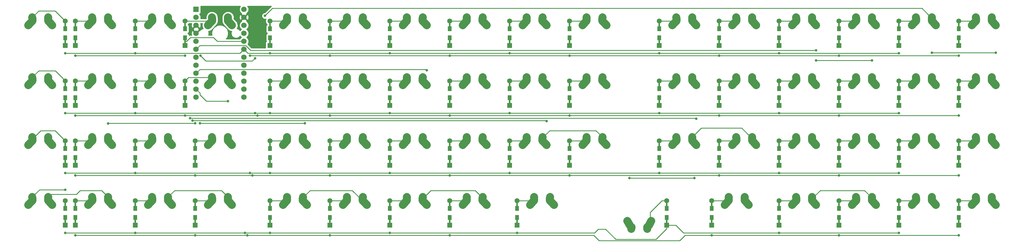
<source format=gbr>
G04 #@! TF.GenerationSoftware,KiCad,Pcbnew,(5.1.4)-1*
G04 #@! TF.CreationDate,2020-05-01T04:15:23-05:00*
G04 #@! TF.ProjectId,Augio,41756769-6f2e-46b6-9963-61645f706362,rev?*
G04 #@! TF.SameCoordinates,Original*
G04 #@! TF.FileFunction,Copper,L2,Bot*
G04 #@! TF.FilePolarity,Positive*
%FSLAX46Y46*%
G04 Gerber Fmt 4.6, Leading zero omitted, Abs format (unit mm)*
G04 Created by KiCad (PCBNEW (5.1.4)-1) date 2020-05-01 04:15:23*
%MOMM*%
%LPD*%
G04 APERTURE LIST*
%ADD10C,2.500000*%
%ADD11C,2.500000*%
%ADD12C,2.000000*%
%ADD13R,0.500000X2.900000*%
%ADD14R,1.600000X1.600000*%
%ADD15C,1.600000*%
%ADD16R,1.200000X1.600000*%
%ADD17C,1.752600*%
%ADD18R,1.752600X1.752600*%
%ADD19C,0.800000*%
%ADD20C,0.254000*%
G04 APERTURE END LIST*
D10*
X42207500Y-151578750D03*
D11*
X42227499Y-151288750D02*
X42187501Y-151868750D01*
D12*
X37147500Y-151288750D03*
X37187500Y-151868750D03*
D10*
X37167500Y-151578750D03*
D11*
X37147501Y-151288750D02*
X37187499Y-151868750D01*
D12*
X43497500Y-153828750D03*
X42187500Y-152368750D03*
D10*
X36532500Y-153098750D03*
D11*
X35877505Y-153828754D02*
X37187495Y-152368746D01*
D10*
X42842500Y-153098750D03*
D11*
X43497495Y-153828754D02*
X42187505Y-152368746D01*
D12*
X35877500Y-153828750D03*
X37187500Y-152368750D03*
X42227500Y-151288750D03*
X42187500Y-151868750D03*
D10*
X285095000Y-151578750D03*
D11*
X285114999Y-151288750D02*
X285075001Y-151868750D01*
D12*
X280035000Y-151288750D03*
X280075000Y-151868750D03*
D10*
X280055000Y-151578750D03*
D11*
X280035001Y-151288750D02*
X280074999Y-151868750D01*
D12*
X286385000Y-153828750D03*
X285075000Y-152368750D03*
D10*
X279420000Y-153098750D03*
D11*
X278765005Y-153828754D02*
X280074995Y-152368746D01*
D10*
X285730000Y-153098750D03*
D11*
X286384995Y-153828754D02*
X285075005Y-152368746D01*
D12*
X278765000Y-153828750D03*
X280075000Y-152368750D03*
X285115000Y-151288750D03*
X285075000Y-151868750D03*
D10*
X266045000Y-151578750D03*
D11*
X266064999Y-151288750D02*
X266025001Y-151868750D01*
D12*
X260985000Y-151288750D03*
X261025000Y-151868750D03*
D10*
X261005000Y-151578750D03*
D11*
X260985001Y-151288750D02*
X261024999Y-151868750D01*
D12*
X267335000Y-153828750D03*
X266025000Y-152368750D03*
D10*
X260370000Y-153098750D03*
D11*
X259715005Y-153828754D02*
X261024995Y-152368746D01*
D10*
X266680000Y-153098750D03*
D11*
X267334995Y-153828754D02*
X266025005Y-152368746D01*
D12*
X259715000Y-153828750D03*
X261025000Y-152368750D03*
X266065000Y-151288750D03*
X266025000Y-151868750D03*
D10*
X246995000Y-151578750D03*
D11*
X247014999Y-151288750D02*
X246975001Y-151868750D01*
D12*
X241935000Y-151288750D03*
X241975000Y-151868750D03*
D10*
X241955000Y-151578750D03*
D11*
X241935001Y-151288750D02*
X241974999Y-151868750D01*
D12*
X248285000Y-153828750D03*
X246975000Y-152368750D03*
D10*
X241320000Y-153098750D03*
D11*
X240665005Y-153828754D02*
X241974995Y-152368746D01*
D10*
X247630000Y-153098750D03*
D11*
X248284995Y-153828754D02*
X246975005Y-152368746D01*
D12*
X240665000Y-153828750D03*
X241975000Y-152368750D03*
X247015000Y-151288750D03*
X246975000Y-151868750D03*
D10*
X227945000Y-151578750D03*
D11*
X227964999Y-151288750D02*
X227925001Y-151868750D01*
D12*
X222885000Y-151288750D03*
X222925000Y-151868750D03*
D10*
X222905000Y-151578750D03*
D11*
X222885001Y-151288750D02*
X222924999Y-151868750D01*
D12*
X229235000Y-153828750D03*
X227925000Y-152368750D03*
D10*
X222270000Y-153098750D03*
D11*
X221615005Y-153828754D02*
X222924995Y-152368746D01*
D10*
X228580000Y-153098750D03*
D11*
X229234995Y-153828754D02*
X227925005Y-152368746D01*
D12*
X221615000Y-153828750D03*
X222925000Y-152368750D03*
X227965000Y-151288750D03*
X227925000Y-151868750D03*
D10*
X206513750Y-151578750D03*
D11*
X206533749Y-151288750D02*
X206493751Y-151868750D01*
D12*
X201453750Y-151288750D03*
X201493750Y-151868750D03*
D10*
X201473750Y-151578750D03*
D11*
X201453751Y-151288750D02*
X201493749Y-151868750D01*
D12*
X207803750Y-153828750D03*
X206493750Y-152368750D03*
D10*
X200838750Y-153098750D03*
D11*
X200183755Y-153828754D02*
X201493745Y-152368746D01*
D10*
X207148750Y-153098750D03*
D11*
X207803745Y-153828754D02*
X206493755Y-152368746D01*
D12*
X200183750Y-153828750D03*
X201493750Y-152368750D03*
X206533750Y-151288750D03*
X206493750Y-151868750D03*
D10*
X170517500Y-161158750D03*
D11*
X170497776Y-161448078D02*
X170537224Y-160869422D01*
D10*
X176442500Y-159638750D03*
D11*
X176037047Y-160368704D02*
X176847953Y-158908796D01*
D10*
X169632500Y-159638750D03*
D11*
X170037953Y-160368704D02*
X169227047Y-158908796D01*
D10*
X175557500Y-161158750D03*
D11*
X175577224Y-161448078D02*
X175537776Y-160869422D01*
D10*
X144601250Y-151578750D03*
D11*
X144621249Y-151288750D02*
X144581251Y-151868750D01*
D12*
X139541250Y-151288750D03*
X139581250Y-151868750D03*
D10*
X139561250Y-151578750D03*
D11*
X139541251Y-151288750D02*
X139581249Y-151868750D01*
D12*
X145891250Y-153828750D03*
X144581250Y-152368750D03*
D10*
X138926250Y-153098750D03*
D11*
X138271255Y-153828754D02*
X139581245Y-152368746D01*
D10*
X145236250Y-153098750D03*
D11*
X145891245Y-153828754D02*
X144581255Y-152368746D01*
D12*
X138271250Y-153828750D03*
X139581250Y-152368750D03*
X144621250Y-151288750D03*
X144581250Y-151868750D03*
D10*
X123170000Y-151578750D03*
D11*
X123189999Y-151288750D02*
X123150001Y-151868750D01*
D12*
X118110000Y-151288750D03*
X118150000Y-151868750D03*
D10*
X118130000Y-151578750D03*
D11*
X118110001Y-151288750D02*
X118149999Y-151868750D01*
D12*
X124460000Y-153828750D03*
X123150000Y-152368750D03*
D10*
X117495000Y-153098750D03*
D11*
X116840005Y-153828754D02*
X118149995Y-152368746D01*
D10*
X123805000Y-153098750D03*
D11*
X124459995Y-153828754D02*
X123150005Y-152368746D01*
D12*
X116840000Y-153828750D03*
X118150000Y-152368750D03*
X123190000Y-151288750D03*
X123150000Y-151868750D03*
D10*
X104120000Y-151578750D03*
D11*
X104139999Y-151288750D02*
X104100001Y-151868750D01*
D12*
X99060000Y-151288750D03*
X99100000Y-151868750D03*
D10*
X99080000Y-151578750D03*
D11*
X99060001Y-151288750D02*
X99099999Y-151868750D01*
D12*
X105410000Y-153828750D03*
X104100000Y-152368750D03*
D10*
X98445000Y-153098750D03*
D11*
X97790005Y-153828754D02*
X99099995Y-152368746D01*
D10*
X104755000Y-153098750D03*
D11*
X105409995Y-153828754D02*
X104100005Y-152368746D01*
D12*
X97790000Y-153828750D03*
X99100000Y-152368750D03*
X104140000Y-151288750D03*
X104100000Y-151868750D03*
D10*
X85070000Y-151578750D03*
D11*
X85089999Y-151288750D02*
X85050001Y-151868750D01*
D12*
X80010000Y-151288750D03*
X80050000Y-151868750D03*
D10*
X80030000Y-151578750D03*
D11*
X80010001Y-151288750D02*
X80049999Y-151868750D01*
D12*
X86360000Y-153828750D03*
X85050000Y-152368750D03*
D10*
X79395000Y-153098750D03*
D11*
X78740005Y-153828754D02*
X80049995Y-152368746D01*
D10*
X85705000Y-153098750D03*
D11*
X86359995Y-153828754D02*
X85050005Y-152368746D01*
D12*
X78740000Y-153828750D03*
X80050000Y-152368750D03*
X85090000Y-151288750D03*
X85050000Y-151868750D03*
D10*
X66020000Y-151578750D03*
D11*
X66039999Y-151288750D02*
X66000001Y-151868750D01*
D12*
X60960000Y-151288750D03*
X61000000Y-151868750D03*
D10*
X60980000Y-151578750D03*
D11*
X60960001Y-151288750D02*
X60999999Y-151868750D01*
D12*
X67310000Y-153828750D03*
X66000000Y-152368750D03*
D10*
X60345000Y-153098750D03*
D11*
X59690005Y-153828754D02*
X60999995Y-152368746D01*
D10*
X66655000Y-153098750D03*
D11*
X67309995Y-153828754D02*
X66000005Y-152368746D01*
D12*
X59690000Y-153828750D03*
X61000000Y-152368750D03*
X66040000Y-151288750D03*
X66000000Y-151868750D03*
D10*
X23157500Y-151578750D03*
D11*
X23177499Y-151288750D02*
X23137501Y-151868750D01*
D12*
X18097500Y-151288750D03*
X18137500Y-151868750D03*
D10*
X18117500Y-151578750D03*
D11*
X18097501Y-151288750D02*
X18137499Y-151868750D01*
D12*
X24447500Y-153828750D03*
X23137500Y-152368750D03*
D10*
X17482500Y-153098750D03*
D11*
X16827505Y-153828754D02*
X18137495Y-152368746D01*
D10*
X23792500Y-153098750D03*
D11*
X24447495Y-153828754D02*
X23137505Y-152368746D01*
D12*
X16827500Y-153828750D03*
X18137500Y-152368750D03*
X23177500Y-151288750D03*
X23137500Y-151868750D03*
D10*
X4107500Y-151578750D03*
D11*
X4127499Y-151288750D02*
X4087501Y-151868750D01*
D12*
X-952500Y-151288750D03*
X-912500Y-151868750D03*
D10*
X-932500Y-151578750D03*
D11*
X-952499Y-151288750D02*
X-912501Y-151868750D01*
D12*
X5397500Y-153828750D03*
X4087500Y-152368750D03*
D10*
X-1567500Y-153098750D03*
D11*
X-2222495Y-153828754D02*
X-912505Y-152368746D01*
D10*
X4742500Y-153098750D03*
D11*
X5397495Y-153828754D02*
X4087505Y-152368746D01*
D12*
X-2222500Y-153828750D03*
X-912500Y-152368750D03*
X4127500Y-151288750D03*
X4087500Y-151868750D03*
D10*
X-14942500Y-151578750D03*
D11*
X-14922501Y-151288750D02*
X-14962499Y-151868750D01*
D12*
X-20002500Y-151288750D03*
X-19962500Y-151868750D03*
D10*
X-19982500Y-151578750D03*
D11*
X-20002499Y-151288750D02*
X-19962501Y-151868750D01*
D12*
X-13652500Y-153828750D03*
X-14962500Y-152368750D03*
D10*
X-20617500Y-153098750D03*
D11*
X-21272495Y-153828754D02*
X-19962505Y-152368746D01*
D10*
X-14307500Y-153098750D03*
D11*
X-13652505Y-153828754D02*
X-14962495Y-152368746D01*
D12*
X-21272500Y-153828750D03*
X-19962500Y-152368750D03*
X-14922500Y-151288750D03*
X-14962500Y-151868750D03*
D10*
X285095000Y-132528750D03*
D11*
X285114999Y-132238750D02*
X285075001Y-132818750D01*
D12*
X280035000Y-132238750D03*
X280075000Y-132818750D03*
D10*
X280055000Y-132528750D03*
D11*
X280035001Y-132238750D02*
X280074999Y-132818750D01*
D12*
X286385000Y-134778750D03*
X285075000Y-133318750D03*
D10*
X279420000Y-134048750D03*
D11*
X278765005Y-134778754D02*
X280074995Y-133318746D01*
D10*
X285730000Y-134048750D03*
D11*
X286384995Y-134778754D02*
X285075005Y-133318746D01*
D12*
X278765000Y-134778750D03*
X280075000Y-133318750D03*
X285115000Y-132238750D03*
X285075000Y-132818750D03*
D10*
X266045000Y-132528750D03*
D11*
X266064999Y-132238750D02*
X266025001Y-132818750D01*
D12*
X260985000Y-132238750D03*
X261025000Y-132818750D03*
D10*
X261005000Y-132528750D03*
D11*
X260985001Y-132238750D02*
X261024999Y-132818750D01*
D12*
X267335000Y-134778750D03*
X266025000Y-133318750D03*
D10*
X260370000Y-134048750D03*
D11*
X259715005Y-134778754D02*
X261024995Y-133318746D01*
D10*
X266680000Y-134048750D03*
D11*
X267334995Y-134778754D02*
X266025005Y-133318746D01*
D12*
X259715000Y-134778750D03*
X261025000Y-133318750D03*
X266065000Y-132238750D03*
X266025000Y-132818750D03*
D10*
X246995000Y-132528750D03*
D11*
X247014999Y-132238750D02*
X246975001Y-132818750D01*
D12*
X241935000Y-132238750D03*
X241975000Y-132818750D03*
D10*
X241955000Y-132528750D03*
D11*
X241935001Y-132238750D02*
X241974999Y-132818750D01*
D12*
X248285000Y-134778750D03*
X246975000Y-133318750D03*
D10*
X241320000Y-134048750D03*
D11*
X240665005Y-134778754D02*
X241974995Y-133318746D01*
D10*
X247630000Y-134048750D03*
D11*
X248284995Y-134778754D02*
X246975005Y-133318746D01*
D12*
X240665000Y-134778750D03*
X241975000Y-133318750D03*
X247015000Y-132238750D03*
X246975000Y-132818750D03*
D10*
X227945000Y-132528750D03*
D11*
X227964999Y-132238750D02*
X227925001Y-132818750D01*
D12*
X222885000Y-132238750D03*
X222925000Y-132818750D03*
D10*
X222905000Y-132528750D03*
D11*
X222885001Y-132238750D02*
X222924999Y-132818750D01*
D12*
X229235000Y-134778750D03*
X227925000Y-133318750D03*
D10*
X222270000Y-134048750D03*
D11*
X221615005Y-134778754D02*
X222924995Y-133318746D01*
D10*
X228580000Y-134048750D03*
D11*
X229234995Y-134778754D02*
X227925005Y-133318746D01*
D12*
X221615000Y-134778750D03*
X222925000Y-133318750D03*
X227965000Y-132238750D03*
X227925000Y-132818750D03*
D10*
X208895000Y-132528750D03*
D11*
X208914999Y-132238750D02*
X208875001Y-132818750D01*
D12*
X203835000Y-132238750D03*
X203875000Y-132818750D03*
D10*
X203855000Y-132528750D03*
D11*
X203835001Y-132238750D02*
X203874999Y-132818750D01*
D12*
X210185000Y-134778750D03*
X208875000Y-133318750D03*
D10*
X203220000Y-134048750D03*
D11*
X202565005Y-134778754D02*
X203874995Y-133318746D01*
D10*
X209530000Y-134048750D03*
D11*
X210184995Y-134778754D02*
X208875005Y-133318746D01*
D12*
X202565000Y-134778750D03*
X203875000Y-133318750D03*
X208915000Y-132238750D03*
X208875000Y-132818750D03*
D10*
X189845000Y-132528750D03*
D11*
X189864999Y-132238750D02*
X189825001Y-132818750D01*
D12*
X184785000Y-132238750D03*
X184825000Y-132818750D03*
D10*
X184805000Y-132528750D03*
D11*
X184785001Y-132238750D02*
X184824999Y-132818750D01*
D12*
X191135000Y-134778750D03*
X189825000Y-133318750D03*
D10*
X184170000Y-134048750D03*
D11*
X183515005Y-134778754D02*
X184824995Y-133318746D01*
D10*
X190480000Y-134048750D03*
D11*
X191134995Y-134778754D02*
X189825005Y-133318746D01*
D12*
X183515000Y-134778750D03*
X184825000Y-133318750D03*
X189865000Y-132238750D03*
X189825000Y-132818750D03*
D10*
X161270000Y-132528750D03*
D11*
X161289999Y-132238750D02*
X161250001Y-132818750D01*
D12*
X156210000Y-132238750D03*
X156250000Y-132818750D03*
D10*
X156230000Y-132528750D03*
D11*
X156210001Y-132238750D02*
X156249999Y-132818750D01*
D12*
X162560000Y-134778750D03*
X161250000Y-133318750D03*
D10*
X155595000Y-134048750D03*
D11*
X154940005Y-134778754D02*
X156249995Y-133318746D01*
D10*
X161905000Y-134048750D03*
D11*
X162559995Y-134778754D02*
X161250005Y-133318746D01*
D12*
X154940000Y-134778750D03*
X156250000Y-133318750D03*
X161290000Y-132238750D03*
X161250000Y-132818750D03*
D10*
X142220000Y-132528750D03*
D11*
X142239999Y-132238750D02*
X142200001Y-132818750D01*
D12*
X137160000Y-132238750D03*
X137200000Y-132818750D03*
D10*
X137180000Y-132528750D03*
D11*
X137160001Y-132238750D02*
X137199999Y-132818750D01*
D12*
X143510000Y-134778750D03*
X142200000Y-133318750D03*
D10*
X136545000Y-134048750D03*
D11*
X135890005Y-134778754D02*
X137199995Y-133318746D01*
D10*
X142855000Y-134048750D03*
D11*
X143509995Y-134778754D02*
X142200005Y-133318746D01*
D12*
X135890000Y-134778750D03*
X137200000Y-133318750D03*
X142240000Y-132238750D03*
X142200000Y-132818750D03*
D10*
X123170000Y-132528750D03*
D11*
X123189999Y-132238750D02*
X123150001Y-132818750D01*
D12*
X118110000Y-132238750D03*
X118150000Y-132818750D03*
D10*
X118130000Y-132528750D03*
D11*
X118110001Y-132238750D02*
X118149999Y-132818750D01*
D12*
X124460000Y-134778750D03*
X123150000Y-133318750D03*
D10*
X117495000Y-134048750D03*
D11*
X116840005Y-134778754D02*
X118149995Y-133318746D01*
D10*
X123805000Y-134048750D03*
D11*
X124459995Y-134778754D02*
X123150005Y-133318746D01*
D12*
X116840000Y-134778750D03*
X118150000Y-133318750D03*
X123190000Y-132238750D03*
X123150000Y-132818750D03*
D10*
X104120000Y-132528750D03*
D11*
X104139999Y-132238750D02*
X104100001Y-132818750D01*
D12*
X99060000Y-132238750D03*
X99100000Y-132818750D03*
D10*
X99080000Y-132528750D03*
D11*
X99060001Y-132238750D02*
X99099999Y-132818750D01*
D12*
X105410000Y-134778750D03*
X104100000Y-133318750D03*
D10*
X98445000Y-134048750D03*
D11*
X97790005Y-134778754D02*
X99099995Y-133318746D01*
D10*
X104755000Y-134048750D03*
D11*
X105409995Y-134778754D02*
X104100005Y-133318746D01*
D12*
X97790000Y-134778750D03*
X99100000Y-133318750D03*
X104140000Y-132238750D03*
X104100000Y-132818750D03*
D10*
X85070000Y-132528750D03*
D11*
X85089999Y-132238750D02*
X85050001Y-132818750D01*
D12*
X80010000Y-132238750D03*
X80050000Y-132818750D03*
D10*
X80030000Y-132528750D03*
D11*
X80010001Y-132238750D02*
X80049999Y-132818750D01*
D12*
X86360000Y-134778750D03*
X85050000Y-133318750D03*
D10*
X79395000Y-134048750D03*
D11*
X78740005Y-134778754D02*
X80049995Y-133318746D01*
D10*
X85705000Y-134048750D03*
D11*
X86359995Y-134778754D02*
X85050005Y-133318746D01*
D12*
X78740000Y-134778750D03*
X80050000Y-133318750D03*
X85090000Y-132238750D03*
X85050000Y-132818750D03*
D10*
X66020000Y-132528750D03*
D11*
X66039999Y-132238750D02*
X66000001Y-132818750D01*
D12*
X60960000Y-132238750D03*
X61000000Y-132818750D03*
D10*
X60980000Y-132528750D03*
D11*
X60960001Y-132238750D02*
X60999999Y-132818750D01*
D12*
X67310000Y-134778750D03*
X66000000Y-133318750D03*
D10*
X60345000Y-134048750D03*
D11*
X59690005Y-134778754D02*
X60999995Y-133318746D01*
D10*
X66655000Y-134048750D03*
D11*
X67309995Y-134778754D02*
X66000005Y-133318746D01*
D12*
X59690000Y-134778750D03*
X61000000Y-133318750D03*
X66040000Y-132238750D03*
X66000000Y-132818750D03*
D10*
X42207500Y-132528750D03*
D11*
X42227499Y-132238750D02*
X42187501Y-132818750D01*
D12*
X37147500Y-132238750D03*
X37187500Y-132818750D03*
D10*
X37167500Y-132528750D03*
D11*
X37147501Y-132238750D02*
X37187499Y-132818750D01*
D12*
X43497500Y-134778750D03*
X42187500Y-133318750D03*
D10*
X36532500Y-134048750D03*
D11*
X35877505Y-134778754D02*
X37187495Y-133318746D01*
D10*
X42842500Y-134048750D03*
D11*
X43497495Y-134778754D02*
X42187505Y-133318746D01*
D12*
X35877500Y-134778750D03*
X37187500Y-133318750D03*
X42227500Y-132238750D03*
X42187500Y-132818750D03*
D10*
X23157500Y-132528750D03*
D11*
X23177499Y-132238750D02*
X23137501Y-132818750D01*
D12*
X18097500Y-132238750D03*
X18137500Y-132818750D03*
D10*
X18117500Y-132528750D03*
D11*
X18097501Y-132238750D02*
X18137499Y-132818750D01*
D12*
X24447500Y-134778750D03*
X23137500Y-133318750D03*
D10*
X17482500Y-134048750D03*
D11*
X16827505Y-134778754D02*
X18137495Y-133318746D01*
D10*
X23792500Y-134048750D03*
D11*
X24447495Y-134778754D02*
X23137505Y-133318746D01*
D12*
X16827500Y-134778750D03*
X18137500Y-133318750D03*
X23177500Y-132238750D03*
X23137500Y-132818750D03*
D10*
X4107500Y-132528750D03*
D11*
X4127499Y-132238750D02*
X4087501Y-132818750D01*
D12*
X-952500Y-132238750D03*
X-912500Y-132818750D03*
D10*
X-932500Y-132528750D03*
D11*
X-952499Y-132238750D02*
X-912501Y-132818750D01*
D12*
X5397500Y-134778750D03*
X4087500Y-133318750D03*
D10*
X-1567500Y-134048750D03*
D11*
X-2222495Y-134778754D02*
X-912505Y-133318746D01*
D10*
X4742500Y-134048750D03*
D11*
X5397495Y-134778754D02*
X4087505Y-133318746D01*
D12*
X-2222500Y-134778750D03*
X-912500Y-133318750D03*
X4127500Y-132238750D03*
X4087500Y-132818750D03*
D10*
X-14942500Y-132528750D03*
D11*
X-14922501Y-132238750D02*
X-14962499Y-132818750D01*
D12*
X-20002500Y-132238750D03*
X-19962500Y-132818750D03*
D10*
X-19982500Y-132528750D03*
D11*
X-20002499Y-132238750D02*
X-19962501Y-132818750D01*
D12*
X-13652500Y-134778750D03*
X-14962500Y-133318750D03*
D10*
X-20617500Y-134048750D03*
D11*
X-21272495Y-134778754D02*
X-19962505Y-133318746D01*
D10*
X-14307500Y-134048750D03*
D11*
X-13652505Y-134778754D02*
X-14962495Y-133318746D01*
D12*
X-21272500Y-134778750D03*
X-19962500Y-133318750D03*
X-14922500Y-132238750D03*
X-14962500Y-132818750D03*
D10*
X285095000Y-113478750D03*
D11*
X285114999Y-113188750D02*
X285075001Y-113768750D01*
D12*
X280035000Y-113188750D03*
X280075000Y-113768750D03*
D10*
X280055000Y-113478750D03*
D11*
X280035001Y-113188750D02*
X280074999Y-113768750D01*
D12*
X286385000Y-115728750D03*
X285075000Y-114268750D03*
D10*
X279420000Y-114998750D03*
D11*
X278765005Y-115728754D02*
X280074995Y-114268746D01*
D10*
X285730000Y-114998750D03*
D11*
X286384995Y-115728754D02*
X285075005Y-114268746D01*
D12*
X278765000Y-115728750D03*
X280075000Y-114268750D03*
X285115000Y-113188750D03*
X285075000Y-113768750D03*
D10*
X266045000Y-113478750D03*
D11*
X266064999Y-113188750D02*
X266025001Y-113768750D01*
D12*
X260985000Y-113188750D03*
X261025000Y-113768750D03*
D10*
X261005000Y-113478750D03*
D11*
X260985001Y-113188750D02*
X261024999Y-113768750D01*
D12*
X267335000Y-115728750D03*
X266025000Y-114268750D03*
D10*
X260370000Y-114998750D03*
D11*
X259715005Y-115728754D02*
X261024995Y-114268746D01*
D10*
X266680000Y-114998750D03*
D11*
X267334995Y-115728754D02*
X266025005Y-114268746D01*
D12*
X259715000Y-115728750D03*
X261025000Y-114268750D03*
X266065000Y-113188750D03*
X266025000Y-113768750D03*
D10*
X246995000Y-113478750D03*
D11*
X247014999Y-113188750D02*
X246975001Y-113768750D01*
D12*
X241935000Y-113188750D03*
X241975000Y-113768750D03*
D10*
X241955000Y-113478750D03*
D11*
X241935001Y-113188750D02*
X241974999Y-113768750D01*
D12*
X248285000Y-115728750D03*
X246975000Y-114268750D03*
D10*
X241320000Y-114998750D03*
D11*
X240665005Y-115728754D02*
X241974995Y-114268746D01*
D10*
X247630000Y-114998750D03*
D11*
X248284995Y-115728754D02*
X246975005Y-114268746D01*
D12*
X240665000Y-115728750D03*
X241975000Y-114268750D03*
X247015000Y-113188750D03*
X246975000Y-113768750D03*
D10*
X227945000Y-113478750D03*
D11*
X227964999Y-113188750D02*
X227925001Y-113768750D01*
D12*
X222885000Y-113188750D03*
X222925000Y-113768750D03*
D10*
X222905000Y-113478750D03*
D11*
X222885001Y-113188750D02*
X222924999Y-113768750D01*
D12*
X229235000Y-115728750D03*
X227925000Y-114268750D03*
D10*
X222270000Y-114998750D03*
D11*
X221615005Y-115728754D02*
X222924995Y-114268746D01*
D10*
X228580000Y-114998750D03*
D11*
X229234995Y-115728754D02*
X227925005Y-114268746D01*
D12*
X221615000Y-115728750D03*
X222925000Y-114268750D03*
X227965000Y-113188750D03*
X227925000Y-113768750D03*
D10*
X208895000Y-113478750D03*
D11*
X208914999Y-113188750D02*
X208875001Y-113768750D01*
D12*
X203835000Y-113188750D03*
X203875000Y-113768750D03*
D10*
X203855000Y-113478750D03*
D11*
X203835001Y-113188750D02*
X203874999Y-113768750D01*
D12*
X210185000Y-115728750D03*
X208875000Y-114268750D03*
D10*
X203220000Y-114998750D03*
D11*
X202565005Y-115728754D02*
X203874995Y-114268746D01*
D10*
X209530000Y-114998750D03*
D11*
X210184995Y-115728754D02*
X208875005Y-114268746D01*
D12*
X202565000Y-115728750D03*
X203875000Y-114268750D03*
X208915000Y-113188750D03*
X208875000Y-113768750D03*
D10*
X189845000Y-113478750D03*
D11*
X189864999Y-113188750D02*
X189825001Y-113768750D01*
D12*
X184785000Y-113188750D03*
X184825000Y-113768750D03*
D10*
X184805000Y-113478750D03*
D11*
X184785001Y-113188750D02*
X184824999Y-113768750D01*
D12*
X191135000Y-115728750D03*
X189825000Y-114268750D03*
D10*
X184170000Y-114998750D03*
D11*
X183515005Y-115728754D02*
X184824995Y-114268746D01*
D10*
X190480000Y-114998750D03*
D11*
X191134995Y-115728754D02*
X189825005Y-114268746D01*
D12*
X183515000Y-115728750D03*
X184825000Y-114268750D03*
X189865000Y-113188750D03*
X189825000Y-113768750D03*
D10*
X161270000Y-113478750D03*
D11*
X161289999Y-113188750D02*
X161250001Y-113768750D01*
D12*
X156210000Y-113188750D03*
X156250000Y-113768750D03*
D10*
X156230000Y-113478750D03*
D11*
X156210001Y-113188750D02*
X156249999Y-113768750D01*
D12*
X162560000Y-115728750D03*
X161250000Y-114268750D03*
D10*
X155595000Y-114998750D03*
D11*
X154940005Y-115728754D02*
X156249995Y-114268746D01*
D10*
X161905000Y-114998750D03*
D11*
X162559995Y-115728754D02*
X161250005Y-114268746D01*
D12*
X154940000Y-115728750D03*
X156250000Y-114268750D03*
X161290000Y-113188750D03*
X161250000Y-113768750D03*
D10*
X142220000Y-113478750D03*
D11*
X142239999Y-113188750D02*
X142200001Y-113768750D01*
D12*
X137160000Y-113188750D03*
X137200000Y-113768750D03*
D10*
X137180000Y-113478750D03*
D11*
X137160001Y-113188750D02*
X137199999Y-113768750D01*
D12*
X143510000Y-115728750D03*
X142200000Y-114268750D03*
D10*
X136545000Y-114998750D03*
D11*
X135890005Y-115728754D02*
X137199995Y-114268746D01*
D10*
X142855000Y-114998750D03*
D11*
X143509995Y-115728754D02*
X142200005Y-114268746D01*
D12*
X135890000Y-115728750D03*
X137200000Y-114268750D03*
X142240000Y-113188750D03*
X142200000Y-113768750D03*
D10*
X123170000Y-113478750D03*
D11*
X123189999Y-113188750D02*
X123150001Y-113768750D01*
D12*
X118110000Y-113188750D03*
X118150000Y-113768750D03*
D10*
X118130000Y-113478750D03*
D11*
X118110001Y-113188750D02*
X118149999Y-113768750D01*
D12*
X124460000Y-115728750D03*
X123150000Y-114268750D03*
D10*
X117495000Y-114998750D03*
D11*
X116840005Y-115728754D02*
X118149995Y-114268746D01*
D10*
X123805000Y-114998750D03*
D11*
X124459995Y-115728754D02*
X123150005Y-114268746D01*
D12*
X116840000Y-115728750D03*
X118150000Y-114268750D03*
X123190000Y-113188750D03*
X123150000Y-113768750D03*
D10*
X104120000Y-113478750D03*
D11*
X104139999Y-113188750D02*
X104100001Y-113768750D01*
D12*
X99060000Y-113188750D03*
X99100000Y-113768750D03*
D10*
X99080000Y-113478750D03*
D11*
X99060001Y-113188750D02*
X99099999Y-113768750D01*
D12*
X105410000Y-115728750D03*
X104100000Y-114268750D03*
D10*
X98445000Y-114998750D03*
D11*
X97790005Y-115728754D02*
X99099995Y-114268746D01*
D10*
X104755000Y-114998750D03*
D11*
X105409995Y-115728754D02*
X104100005Y-114268746D01*
D12*
X97790000Y-115728750D03*
X99100000Y-114268750D03*
X104140000Y-113188750D03*
X104100000Y-113768750D03*
D10*
X85070000Y-113478750D03*
D11*
X85089999Y-113188750D02*
X85050001Y-113768750D01*
D12*
X80010000Y-113188750D03*
X80050000Y-113768750D03*
D10*
X80030000Y-113478750D03*
D11*
X80010001Y-113188750D02*
X80049999Y-113768750D01*
D12*
X86360000Y-115728750D03*
X85050000Y-114268750D03*
D10*
X79395000Y-114998750D03*
D11*
X78740005Y-115728754D02*
X80049995Y-114268746D01*
D10*
X85705000Y-114998750D03*
D11*
X86359995Y-115728754D02*
X85050005Y-114268746D01*
D12*
X78740000Y-115728750D03*
X80050000Y-114268750D03*
X85090000Y-113188750D03*
X85050000Y-113768750D03*
D10*
X66020000Y-113478750D03*
D11*
X66039999Y-113188750D02*
X66000001Y-113768750D01*
D12*
X60960000Y-113188750D03*
X61000000Y-113768750D03*
D10*
X60980000Y-113478750D03*
D11*
X60960001Y-113188750D02*
X60999999Y-113768750D01*
D12*
X67310000Y-115728750D03*
X66000000Y-114268750D03*
D10*
X60345000Y-114998750D03*
D11*
X59690005Y-115728754D02*
X60999995Y-114268746D01*
D10*
X66655000Y-114998750D03*
D11*
X67309995Y-115728754D02*
X66000005Y-114268746D01*
D12*
X59690000Y-115728750D03*
X61000000Y-114268750D03*
X66040000Y-113188750D03*
X66000000Y-113768750D03*
D10*
X42207500Y-113478750D03*
D11*
X42227499Y-113188750D02*
X42187501Y-113768750D01*
D12*
X37147500Y-113188750D03*
X37187500Y-113768750D03*
D10*
X37167500Y-113478750D03*
D11*
X37147501Y-113188750D02*
X37187499Y-113768750D01*
D12*
X43497500Y-115728750D03*
X42187500Y-114268750D03*
D10*
X36532500Y-114998750D03*
D11*
X35877505Y-115728754D02*
X37187495Y-114268746D01*
D10*
X42842500Y-114998750D03*
D11*
X43497495Y-115728754D02*
X42187505Y-114268746D01*
D12*
X35877500Y-115728750D03*
X37187500Y-114268750D03*
X42227500Y-113188750D03*
X42187500Y-113768750D03*
D10*
X23157500Y-113478750D03*
D11*
X23177499Y-113188750D02*
X23137501Y-113768750D01*
D12*
X18097500Y-113188750D03*
X18137500Y-113768750D03*
D10*
X18117500Y-113478750D03*
D11*
X18097501Y-113188750D02*
X18137499Y-113768750D01*
D12*
X24447500Y-115728750D03*
X23137500Y-114268750D03*
D10*
X17482500Y-114998750D03*
D11*
X16827505Y-115728754D02*
X18137495Y-114268746D01*
D10*
X23792500Y-114998750D03*
D11*
X24447495Y-115728754D02*
X23137505Y-114268746D01*
D12*
X16827500Y-115728750D03*
X18137500Y-114268750D03*
X23177500Y-113188750D03*
X23137500Y-113768750D03*
D10*
X4107500Y-113478750D03*
D11*
X4127499Y-113188750D02*
X4087501Y-113768750D01*
D12*
X-952500Y-113188750D03*
X-912500Y-113768750D03*
D10*
X-932500Y-113478750D03*
D11*
X-952499Y-113188750D02*
X-912501Y-113768750D01*
D12*
X5397500Y-115728750D03*
X4087500Y-114268750D03*
D10*
X-1567500Y-114998750D03*
D11*
X-2222495Y-115728754D02*
X-912505Y-114268746D01*
D10*
X4742500Y-114998750D03*
D11*
X5397495Y-115728754D02*
X4087505Y-114268746D01*
D12*
X-2222500Y-115728750D03*
X-912500Y-114268750D03*
X4127500Y-113188750D03*
X4087500Y-113768750D03*
D10*
X-14942500Y-113478750D03*
D11*
X-14922501Y-113188750D02*
X-14962499Y-113768750D01*
D12*
X-20002500Y-113188750D03*
X-19962500Y-113768750D03*
D10*
X-19982500Y-113478750D03*
D11*
X-20002499Y-113188750D02*
X-19962501Y-113768750D01*
D12*
X-13652500Y-115728750D03*
X-14962500Y-114268750D03*
D10*
X-20617500Y-114998750D03*
D11*
X-21272495Y-115728754D02*
X-19962505Y-114268746D01*
D10*
X-14307500Y-114998750D03*
D11*
X-13652505Y-115728754D02*
X-14962495Y-114268746D01*
D12*
X-21272500Y-115728750D03*
X-19962500Y-114268750D03*
X-14922500Y-113188750D03*
X-14962500Y-113768750D03*
D10*
X285095000Y-94428750D03*
D11*
X285114999Y-94138750D02*
X285075001Y-94718750D01*
D12*
X280035000Y-94138750D03*
X280075000Y-94718750D03*
D10*
X280055000Y-94428750D03*
D11*
X280035001Y-94138750D02*
X280074999Y-94718750D01*
D12*
X286385000Y-96678750D03*
X285075000Y-95218750D03*
D10*
X279420000Y-95948750D03*
D11*
X278765005Y-96678754D02*
X280074995Y-95218746D01*
D10*
X285730000Y-95948750D03*
D11*
X286384995Y-96678754D02*
X285075005Y-95218746D01*
D12*
X278765000Y-96678750D03*
X280075000Y-95218750D03*
X285115000Y-94138750D03*
X285075000Y-94718750D03*
D10*
X266045000Y-94428750D03*
D11*
X266064999Y-94138750D02*
X266025001Y-94718750D01*
D12*
X260985000Y-94138750D03*
X261025000Y-94718750D03*
D10*
X261005000Y-94428750D03*
D11*
X260985001Y-94138750D02*
X261024999Y-94718750D01*
D12*
X267335000Y-96678750D03*
X266025000Y-95218750D03*
D10*
X260370000Y-95948750D03*
D11*
X259715005Y-96678754D02*
X261024995Y-95218746D01*
D10*
X266680000Y-95948750D03*
D11*
X267334995Y-96678754D02*
X266025005Y-95218746D01*
D12*
X259715000Y-96678750D03*
X261025000Y-95218750D03*
X266065000Y-94138750D03*
X266025000Y-94718750D03*
D10*
X246995000Y-94428750D03*
D11*
X247014999Y-94138750D02*
X246975001Y-94718750D01*
D12*
X241935000Y-94138750D03*
X241975000Y-94718750D03*
D10*
X241955000Y-94428750D03*
D11*
X241935001Y-94138750D02*
X241974999Y-94718750D01*
D12*
X248285000Y-96678750D03*
X246975000Y-95218750D03*
D10*
X241320000Y-95948750D03*
D11*
X240665005Y-96678754D02*
X241974995Y-95218746D01*
D10*
X247630000Y-95948750D03*
D11*
X248284995Y-96678754D02*
X246975005Y-95218746D01*
D12*
X240665000Y-96678750D03*
X241975000Y-95218750D03*
X247015000Y-94138750D03*
X246975000Y-94718750D03*
D10*
X227945000Y-94428750D03*
D11*
X227964999Y-94138750D02*
X227925001Y-94718750D01*
D12*
X222885000Y-94138750D03*
X222925000Y-94718750D03*
D10*
X222905000Y-94428750D03*
D11*
X222885001Y-94138750D02*
X222924999Y-94718750D01*
D12*
X229235000Y-96678750D03*
X227925000Y-95218750D03*
D10*
X222270000Y-95948750D03*
D11*
X221615005Y-96678754D02*
X222924995Y-95218746D01*
D10*
X228580000Y-95948750D03*
D11*
X229234995Y-96678754D02*
X227925005Y-95218746D01*
D12*
X221615000Y-96678750D03*
X222925000Y-95218750D03*
X227965000Y-94138750D03*
X227925000Y-94718750D03*
D10*
X208895000Y-94428750D03*
D11*
X208914999Y-94138750D02*
X208875001Y-94718750D01*
D12*
X203835000Y-94138750D03*
X203875000Y-94718750D03*
D10*
X203855000Y-94428750D03*
D11*
X203835001Y-94138750D02*
X203874999Y-94718750D01*
D12*
X210185000Y-96678750D03*
X208875000Y-95218750D03*
D10*
X203220000Y-95948750D03*
D11*
X202565005Y-96678754D02*
X203874995Y-95218746D01*
D10*
X209530000Y-95948750D03*
D11*
X210184995Y-96678754D02*
X208875005Y-95218746D01*
D12*
X202565000Y-96678750D03*
X203875000Y-95218750D03*
X208915000Y-94138750D03*
X208875000Y-94718750D03*
D10*
X189845000Y-94428750D03*
D11*
X189864999Y-94138750D02*
X189825001Y-94718750D01*
D12*
X184785000Y-94138750D03*
X184825000Y-94718750D03*
D10*
X184805000Y-94428750D03*
D11*
X184785001Y-94138750D02*
X184824999Y-94718750D01*
D12*
X191135000Y-96678750D03*
X189825000Y-95218750D03*
D10*
X184170000Y-95948750D03*
D11*
X183515005Y-96678754D02*
X184824995Y-95218746D01*
D10*
X190480000Y-95948750D03*
D11*
X191134995Y-96678754D02*
X189825005Y-95218746D01*
D12*
X183515000Y-96678750D03*
X184825000Y-95218750D03*
X189865000Y-94138750D03*
X189825000Y-94718750D03*
D10*
X161270000Y-94428750D03*
D11*
X161289999Y-94138750D02*
X161250001Y-94718750D01*
D12*
X156210000Y-94138750D03*
X156250000Y-94718750D03*
D10*
X156230000Y-94428750D03*
D11*
X156210001Y-94138750D02*
X156249999Y-94718750D01*
D12*
X162560000Y-96678750D03*
X161250000Y-95218750D03*
D10*
X155595000Y-95948750D03*
D11*
X154940005Y-96678754D02*
X156249995Y-95218746D01*
D10*
X161905000Y-95948750D03*
D11*
X162559995Y-96678754D02*
X161250005Y-95218746D01*
D12*
X154940000Y-96678750D03*
X156250000Y-95218750D03*
X161290000Y-94138750D03*
X161250000Y-94718750D03*
D10*
X142220000Y-94428750D03*
D11*
X142239999Y-94138750D02*
X142200001Y-94718750D01*
D12*
X137160000Y-94138750D03*
X137200000Y-94718750D03*
D10*
X137180000Y-94428750D03*
D11*
X137160001Y-94138750D02*
X137199999Y-94718750D01*
D12*
X143510000Y-96678750D03*
X142200000Y-95218750D03*
D10*
X136545000Y-95948750D03*
D11*
X135890005Y-96678754D02*
X137199995Y-95218746D01*
D10*
X142855000Y-95948750D03*
D11*
X143509995Y-96678754D02*
X142200005Y-95218746D01*
D12*
X135890000Y-96678750D03*
X137200000Y-95218750D03*
X142240000Y-94138750D03*
X142200000Y-94718750D03*
D10*
X123170000Y-94428750D03*
D11*
X123189999Y-94138750D02*
X123150001Y-94718750D01*
D12*
X118110000Y-94138750D03*
X118150000Y-94718750D03*
D10*
X118130000Y-94428750D03*
D11*
X118110001Y-94138750D02*
X118149999Y-94718750D01*
D12*
X124460000Y-96678750D03*
X123150000Y-95218750D03*
D10*
X117495000Y-95948750D03*
D11*
X116840005Y-96678754D02*
X118149995Y-95218746D01*
D10*
X123805000Y-95948750D03*
D11*
X124459995Y-96678754D02*
X123150005Y-95218746D01*
D12*
X116840000Y-96678750D03*
X118150000Y-95218750D03*
X123190000Y-94138750D03*
X123150000Y-94718750D03*
D10*
X104120000Y-94428750D03*
D11*
X104139999Y-94138750D02*
X104100001Y-94718750D01*
D12*
X99060000Y-94138750D03*
X99100000Y-94718750D03*
D10*
X99080000Y-94428750D03*
D11*
X99060001Y-94138750D02*
X99099999Y-94718750D01*
D12*
X105410000Y-96678750D03*
X104100000Y-95218750D03*
D10*
X98445000Y-95948750D03*
D11*
X97790005Y-96678754D02*
X99099995Y-95218746D01*
D10*
X104755000Y-95948750D03*
D11*
X105409995Y-96678754D02*
X104100005Y-95218746D01*
D12*
X97790000Y-96678750D03*
X99100000Y-95218750D03*
X104140000Y-94138750D03*
X104100000Y-94718750D03*
D10*
X85070000Y-94428750D03*
D11*
X85089999Y-94138750D02*
X85050001Y-94718750D01*
D12*
X80010000Y-94138750D03*
X80050000Y-94718750D03*
D10*
X80030000Y-94428750D03*
D11*
X80010001Y-94138750D02*
X80049999Y-94718750D01*
D12*
X86360000Y-96678750D03*
X85050000Y-95218750D03*
D10*
X79395000Y-95948750D03*
D11*
X78740005Y-96678754D02*
X80049995Y-95218746D01*
D10*
X85705000Y-95948750D03*
D11*
X86359995Y-96678754D02*
X85050005Y-95218746D01*
D12*
X78740000Y-96678750D03*
X80050000Y-95218750D03*
X85090000Y-94138750D03*
X85050000Y-94718750D03*
D10*
X66020000Y-94428750D03*
D11*
X66039999Y-94138750D02*
X66000001Y-94718750D01*
D12*
X60960000Y-94138750D03*
X61000000Y-94718750D03*
D10*
X60980000Y-94428750D03*
D11*
X60960001Y-94138750D02*
X60999999Y-94718750D01*
D12*
X67310000Y-96678750D03*
X66000000Y-95218750D03*
D10*
X60345000Y-95948750D03*
D11*
X59690005Y-96678754D02*
X60999995Y-95218746D01*
D10*
X66655000Y-95948750D03*
D11*
X67309995Y-96678754D02*
X66000005Y-95218746D01*
D12*
X59690000Y-96678750D03*
X61000000Y-95218750D03*
X66040000Y-94138750D03*
X66000000Y-94718750D03*
D10*
X42207500Y-94428750D03*
D11*
X42227499Y-94138750D02*
X42187501Y-94718750D01*
D12*
X37147500Y-94138750D03*
X37187500Y-94718750D03*
D10*
X37167500Y-94428750D03*
D11*
X37147501Y-94138750D02*
X37187499Y-94718750D01*
D12*
X43497500Y-96678750D03*
X42187500Y-95218750D03*
D10*
X36532500Y-95948750D03*
D11*
X35877505Y-96678754D02*
X37187495Y-95218746D01*
D10*
X42842500Y-95948750D03*
D11*
X43497495Y-96678754D02*
X42187505Y-95218746D01*
D12*
X35877500Y-96678750D03*
X37187500Y-95218750D03*
X42227500Y-94138750D03*
X42187500Y-94718750D03*
D10*
X23157500Y-94428750D03*
D11*
X23177499Y-94138750D02*
X23137501Y-94718750D01*
D12*
X18097500Y-94138750D03*
X18137500Y-94718750D03*
D10*
X18117500Y-94428750D03*
D11*
X18097501Y-94138750D02*
X18137499Y-94718750D01*
D12*
X24447500Y-96678750D03*
X23137500Y-95218750D03*
D10*
X17482500Y-95948750D03*
D11*
X16827505Y-96678754D02*
X18137495Y-95218746D01*
D10*
X23792500Y-95948750D03*
D11*
X24447495Y-96678754D02*
X23137505Y-95218746D01*
D12*
X16827500Y-96678750D03*
X18137500Y-95218750D03*
X23177500Y-94138750D03*
X23137500Y-94718750D03*
D10*
X4107500Y-94428750D03*
D11*
X4127499Y-94138750D02*
X4087501Y-94718750D01*
D12*
X-952500Y-94138750D03*
X-912500Y-94718750D03*
D10*
X-932500Y-94428750D03*
D11*
X-952499Y-94138750D02*
X-912501Y-94718750D01*
D12*
X5397500Y-96678750D03*
X4087500Y-95218750D03*
D10*
X-1567500Y-95948750D03*
D11*
X-2222495Y-96678754D02*
X-912505Y-95218746D01*
D10*
X4742500Y-95948750D03*
D11*
X5397495Y-96678754D02*
X4087505Y-95218746D01*
D12*
X-2222500Y-96678750D03*
X-912500Y-95218750D03*
X4127500Y-94138750D03*
X4087500Y-94718750D03*
D10*
X-14942500Y-94428750D03*
D11*
X-14922501Y-94138750D02*
X-14962499Y-94718750D01*
D12*
X-20002500Y-94138750D03*
X-19962500Y-94718750D03*
D10*
X-19982500Y-94428750D03*
D11*
X-20002499Y-94138750D02*
X-19962501Y-94718750D01*
D12*
X-13652500Y-96678750D03*
X-14962500Y-95218750D03*
D10*
X-20617500Y-95948750D03*
D11*
X-21272495Y-96678754D02*
X-19962505Y-95218746D01*
D10*
X-14307500Y-95948750D03*
D11*
X-13652505Y-96678754D02*
X-14962495Y-95218746D01*
D12*
X-21272500Y-96678750D03*
X-19962500Y-95218750D03*
X-14922500Y-94138750D03*
X-14962500Y-94718750D03*
D13*
X181768750Y-158868750D03*
X181768750Y-153868750D03*
D14*
X181768750Y-160268750D03*
D15*
X181768750Y-152468750D03*
D16*
X181768750Y-154968750D03*
X181768750Y-157768750D03*
X-9525000Y-157768750D03*
X-9525000Y-154968750D03*
D15*
X-9525000Y-152468750D03*
D14*
X-9525000Y-160268750D03*
D13*
X-9525000Y-153868750D03*
X-9525000Y-158868750D03*
D16*
X-9525000Y-138718750D03*
X-9525000Y-135918750D03*
D15*
X-9525000Y-133418750D03*
D14*
X-9525000Y-141218750D03*
D13*
X-9525000Y-134818750D03*
X-9525000Y-139818750D03*
D16*
X-9525000Y-119668750D03*
X-9525000Y-116868750D03*
D15*
X-9525000Y-114368750D03*
D14*
X-9525000Y-122168750D03*
D13*
X-9525000Y-115768750D03*
X-9525000Y-120768750D03*
X-9525000Y-101718750D03*
X-9525000Y-96718750D03*
D14*
X-9525000Y-103118750D03*
D15*
X-9525000Y-95318750D03*
D16*
X-9525000Y-97818750D03*
X-9525000Y-100618750D03*
D13*
X255587500Y-158868750D03*
X255587500Y-153868750D03*
D14*
X255587500Y-160268750D03*
D15*
X255587500Y-152468750D03*
D16*
X255587500Y-154968750D03*
X255587500Y-157768750D03*
D13*
X217487500Y-158868750D03*
X217487500Y-153868750D03*
D14*
X217487500Y-160268750D03*
D15*
X217487500Y-152468750D03*
D16*
X217487500Y-154968750D03*
X217487500Y-157768750D03*
D13*
X134143750Y-158868750D03*
X134143750Y-153868750D03*
D14*
X134143750Y-160268750D03*
D15*
X134143750Y-152468750D03*
D16*
X134143750Y-154968750D03*
X134143750Y-157768750D03*
D13*
X93662500Y-158868750D03*
X93662500Y-153868750D03*
D14*
X93662500Y-160268750D03*
D15*
X93662500Y-152468750D03*
D16*
X93662500Y-154968750D03*
X93662500Y-157768750D03*
D13*
X55562500Y-158868750D03*
X55562500Y-153868750D03*
D14*
X55562500Y-160268750D03*
D15*
X55562500Y-152468750D03*
D16*
X55562500Y-154968750D03*
X55562500Y-157768750D03*
D13*
X12700000Y-158868750D03*
X12700000Y-153868750D03*
D14*
X12700000Y-160268750D03*
D15*
X12700000Y-152468750D03*
D16*
X12700000Y-154968750D03*
X12700000Y-157768750D03*
D13*
X274637500Y-158868750D03*
X274637500Y-153868750D03*
D14*
X274637500Y-160268750D03*
D15*
X274637500Y-152468750D03*
D16*
X274637500Y-154968750D03*
X274637500Y-157768750D03*
D13*
X236537500Y-158868750D03*
X236537500Y-153868750D03*
D14*
X236537500Y-160268750D03*
D15*
X236537500Y-152468750D03*
D16*
X236537500Y-154968750D03*
X236537500Y-157768750D03*
D13*
X196056250Y-158868750D03*
X196056250Y-153868750D03*
D14*
X196056250Y-160268750D03*
D15*
X196056250Y-152468750D03*
D16*
X196056250Y-154968750D03*
X196056250Y-157768750D03*
D13*
X112712500Y-158868750D03*
X112712500Y-153868750D03*
D14*
X112712500Y-160268750D03*
D15*
X112712500Y-152468750D03*
D16*
X112712500Y-154968750D03*
X112712500Y-157768750D03*
D13*
X74612500Y-158868750D03*
X74612500Y-153868750D03*
D14*
X74612500Y-160268750D03*
D15*
X74612500Y-152468750D03*
D16*
X74612500Y-154968750D03*
X74612500Y-157768750D03*
D13*
X31750000Y-158868750D03*
X31750000Y-153868750D03*
D14*
X31750000Y-160268750D03*
D15*
X31750000Y-152468750D03*
D16*
X31750000Y-154968750D03*
X31750000Y-157768750D03*
D13*
X-6350000Y-158868750D03*
X-6350000Y-153868750D03*
D14*
X-6350000Y-160268750D03*
D15*
X-6350000Y-152468750D03*
D16*
X-6350000Y-154968750D03*
X-6350000Y-157768750D03*
D13*
X255587500Y-139818750D03*
X255587500Y-134818750D03*
D14*
X255587500Y-141218750D03*
D15*
X255587500Y-133418750D03*
D16*
X255587500Y-135918750D03*
X255587500Y-138718750D03*
D13*
X217487500Y-139818750D03*
X217487500Y-134818750D03*
D14*
X217487500Y-141218750D03*
D15*
X217487500Y-133418750D03*
D16*
X217487500Y-135918750D03*
X217487500Y-138718750D03*
D13*
X179387500Y-139818750D03*
X179387500Y-134818750D03*
D14*
X179387500Y-141218750D03*
D15*
X179387500Y-133418750D03*
D16*
X179387500Y-135918750D03*
X179387500Y-138718750D03*
D13*
X131762500Y-139818750D03*
X131762500Y-134818750D03*
D14*
X131762500Y-141218750D03*
D15*
X131762500Y-133418750D03*
D16*
X131762500Y-135918750D03*
X131762500Y-138718750D03*
D13*
X93662500Y-139818750D03*
X93662500Y-134818750D03*
D14*
X93662500Y-141218750D03*
D15*
X93662500Y-133418750D03*
D16*
X93662500Y-135918750D03*
X93662500Y-138718750D03*
D13*
X55562500Y-139818750D03*
X55562500Y-134818750D03*
D14*
X55562500Y-141218750D03*
D15*
X55562500Y-133418750D03*
D16*
X55562500Y-135918750D03*
X55562500Y-138718750D03*
D13*
X12700000Y-139818750D03*
X12700000Y-134818750D03*
D14*
X12700000Y-141218750D03*
D15*
X12700000Y-133418750D03*
D16*
X12700000Y-135918750D03*
X12700000Y-138718750D03*
D13*
X274637500Y-139818750D03*
X274637500Y-134818750D03*
D14*
X274637500Y-141218750D03*
D15*
X274637500Y-133418750D03*
D16*
X274637500Y-135918750D03*
X274637500Y-138718750D03*
D13*
X236537500Y-139818750D03*
X236537500Y-134818750D03*
D14*
X236537500Y-141218750D03*
D15*
X236537500Y-133418750D03*
D16*
X236537500Y-135918750D03*
X236537500Y-138718750D03*
D13*
X198437500Y-139818750D03*
X198437500Y-134818750D03*
D14*
X198437500Y-141218750D03*
D15*
X198437500Y-133418750D03*
D16*
X198437500Y-135918750D03*
X198437500Y-138718750D03*
D13*
X150812500Y-139818750D03*
X150812500Y-134818750D03*
D14*
X150812500Y-141218750D03*
D15*
X150812500Y-133418750D03*
D16*
X150812500Y-135918750D03*
X150812500Y-138718750D03*
D13*
X112712500Y-139818750D03*
X112712500Y-134818750D03*
D14*
X112712500Y-141218750D03*
D15*
X112712500Y-133418750D03*
D16*
X112712500Y-135918750D03*
X112712500Y-138718750D03*
D13*
X74612500Y-139818750D03*
X74612500Y-134818750D03*
D14*
X74612500Y-141218750D03*
D15*
X74612500Y-133418750D03*
D16*
X74612500Y-135918750D03*
X74612500Y-138718750D03*
D13*
X31750000Y-139818750D03*
X31750000Y-134818750D03*
D14*
X31750000Y-141218750D03*
D15*
X31750000Y-133418750D03*
D16*
X31750000Y-135918750D03*
X31750000Y-138718750D03*
D13*
X-6350000Y-139818750D03*
X-6350000Y-134818750D03*
D14*
X-6350000Y-141218750D03*
D15*
X-6350000Y-133418750D03*
D16*
X-6350000Y-135918750D03*
X-6350000Y-138718750D03*
D13*
X255587500Y-120768750D03*
X255587500Y-115768750D03*
D14*
X255587500Y-122168750D03*
D15*
X255587500Y-114368750D03*
D16*
X255587500Y-116868750D03*
X255587500Y-119668750D03*
D13*
X217487500Y-120768750D03*
X217487500Y-115768750D03*
D14*
X217487500Y-122168750D03*
D15*
X217487500Y-114368750D03*
D16*
X217487500Y-116868750D03*
X217487500Y-119668750D03*
D13*
X179387500Y-120768750D03*
X179387500Y-115768750D03*
D14*
X179387500Y-122168750D03*
D15*
X179387500Y-114368750D03*
D16*
X179387500Y-116868750D03*
X179387500Y-119668750D03*
D13*
X131762500Y-120768750D03*
X131762500Y-115768750D03*
D14*
X131762500Y-122168750D03*
D15*
X131762500Y-114368750D03*
D16*
X131762500Y-116868750D03*
X131762500Y-119668750D03*
D13*
X93662500Y-120768750D03*
X93662500Y-115768750D03*
D14*
X93662500Y-122168750D03*
D15*
X93662500Y-114368750D03*
D16*
X93662500Y-116868750D03*
X93662500Y-119668750D03*
D13*
X55562500Y-120768750D03*
X55562500Y-115768750D03*
D14*
X55562500Y-122168750D03*
D15*
X55562500Y-114368750D03*
D16*
X55562500Y-116868750D03*
X55562500Y-119668750D03*
D13*
X12700000Y-120768750D03*
X12700000Y-115768750D03*
D14*
X12700000Y-122168750D03*
D15*
X12700000Y-114368750D03*
D16*
X12700000Y-116868750D03*
X12700000Y-119668750D03*
D13*
X274637500Y-120768750D03*
X274637500Y-115768750D03*
D14*
X274637500Y-122168750D03*
D15*
X274637500Y-114368750D03*
D16*
X274637500Y-116868750D03*
X274637500Y-119668750D03*
D13*
X236537500Y-120768750D03*
X236537500Y-115768750D03*
D14*
X236537500Y-122168750D03*
D15*
X236537500Y-114368750D03*
D16*
X236537500Y-116868750D03*
X236537500Y-119668750D03*
D13*
X198437500Y-120768750D03*
X198437500Y-115768750D03*
D14*
X198437500Y-122168750D03*
D15*
X198437500Y-114368750D03*
D16*
X198437500Y-116868750D03*
X198437500Y-119668750D03*
D13*
X150812500Y-120768750D03*
X150812500Y-115768750D03*
D14*
X150812500Y-122168750D03*
D15*
X150812500Y-114368750D03*
D16*
X150812500Y-116868750D03*
X150812500Y-119668750D03*
D13*
X112712500Y-120768750D03*
X112712500Y-115768750D03*
D14*
X112712500Y-122168750D03*
D15*
X112712500Y-114368750D03*
D16*
X112712500Y-116868750D03*
X112712500Y-119668750D03*
D13*
X74612500Y-120768750D03*
X74612500Y-115768750D03*
D14*
X74612500Y-122168750D03*
D15*
X74612500Y-114368750D03*
D16*
X74612500Y-116868750D03*
X74612500Y-119668750D03*
D13*
X28575000Y-120768750D03*
X28575000Y-115768750D03*
D14*
X28575000Y-122168750D03*
D15*
X28575000Y-114368750D03*
D16*
X28575000Y-116868750D03*
X28575000Y-119668750D03*
D13*
X-6350000Y-120768750D03*
X-6350000Y-115768750D03*
D14*
X-6350000Y-122168750D03*
D15*
X-6350000Y-114368750D03*
D16*
X-6350000Y-116868750D03*
X-6350000Y-119668750D03*
D13*
X255587500Y-101718750D03*
X255587500Y-96718750D03*
D14*
X255587500Y-103118750D03*
D15*
X255587500Y-95318750D03*
D16*
X255587500Y-97818750D03*
X255587500Y-100618750D03*
D13*
X217487500Y-101718750D03*
X217487500Y-96718750D03*
D14*
X217487500Y-103118750D03*
D15*
X217487500Y-95318750D03*
D16*
X217487500Y-97818750D03*
X217487500Y-100618750D03*
D13*
X179387500Y-101718750D03*
X179387500Y-96718750D03*
D14*
X179387500Y-103118750D03*
D15*
X179387500Y-95318750D03*
D16*
X179387500Y-97818750D03*
X179387500Y-100618750D03*
D13*
X131762500Y-101718750D03*
X131762500Y-96718750D03*
D14*
X131762500Y-103118750D03*
D15*
X131762500Y-95318750D03*
D16*
X131762500Y-97818750D03*
X131762500Y-100618750D03*
D13*
X93662500Y-101718750D03*
X93662500Y-96718750D03*
D14*
X93662500Y-103118750D03*
D15*
X93662500Y-95318750D03*
D16*
X93662500Y-97818750D03*
X93662500Y-100618750D03*
D13*
X55562500Y-101718750D03*
X55562500Y-96718750D03*
D14*
X55562500Y-103118750D03*
D15*
X55562500Y-95318750D03*
D16*
X55562500Y-97818750D03*
X55562500Y-100618750D03*
D13*
X12700000Y-101718750D03*
X12700000Y-96718750D03*
D14*
X12700000Y-103118750D03*
D15*
X12700000Y-95318750D03*
D16*
X12700000Y-97818750D03*
X12700000Y-100618750D03*
D13*
X274637500Y-101718750D03*
X274637500Y-96718750D03*
D14*
X274637500Y-103118750D03*
D15*
X274637500Y-95318750D03*
D16*
X274637500Y-97818750D03*
X274637500Y-100618750D03*
D13*
X236537500Y-101718750D03*
X236537500Y-96718750D03*
D14*
X236537500Y-103118750D03*
D15*
X236537500Y-95318750D03*
D16*
X236537500Y-97818750D03*
X236537500Y-100618750D03*
D13*
X198437500Y-101718750D03*
X198437500Y-96718750D03*
D14*
X198437500Y-103118750D03*
D15*
X198437500Y-95318750D03*
D16*
X198437500Y-97818750D03*
X198437500Y-100618750D03*
D13*
X150812500Y-101718750D03*
X150812500Y-96718750D03*
D14*
X150812500Y-103118750D03*
D15*
X150812500Y-95318750D03*
D16*
X150812500Y-97818750D03*
X150812500Y-100618750D03*
D13*
X112712500Y-101718750D03*
X112712500Y-96718750D03*
D14*
X112712500Y-103118750D03*
D15*
X112712500Y-95318750D03*
D16*
X112712500Y-97818750D03*
X112712500Y-100618750D03*
D13*
X74612500Y-101718750D03*
X74612500Y-96718750D03*
D14*
X74612500Y-103118750D03*
D15*
X74612500Y-95318750D03*
D16*
X74612500Y-97818750D03*
X74612500Y-100618750D03*
D13*
X28575000Y-101718750D03*
X28575000Y-96718750D03*
D14*
X28575000Y-103118750D03*
D15*
X28575000Y-95318750D03*
D16*
X28575000Y-97818750D03*
X28575000Y-100618750D03*
D13*
X-6350000Y-101718750D03*
X-6350000Y-96718750D03*
D14*
X-6350000Y-103118750D03*
D15*
X-6350000Y-95318750D03*
D16*
X-6350000Y-97818750D03*
X-6350000Y-100618750D03*
D17*
X47307500Y-91598750D03*
X32067500Y-119538750D03*
X47307500Y-94138750D03*
X47307500Y-96678750D03*
X47307500Y-99218750D03*
X47307500Y-101758750D03*
X47307500Y-104298750D03*
X47307500Y-106838750D03*
X47307500Y-109378750D03*
X47307500Y-111918750D03*
X47307500Y-114458750D03*
X47307500Y-116998750D03*
X47307500Y-119538750D03*
X32067500Y-116998750D03*
X32067500Y-114458750D03*
X32067500Y-111918750D03*
X32067500Y-109378750D03*
X32067500Y-106838750D03*
X32067500Y-104298750D03*
X32067500Y-101758750D03*
X32067500Y-99218750D03*
X32067500Y-96678750D03*
X32067500Y-94138750D03*
D18*
X32067500Y-91598750D03*
D19*
X49212500Y-106362500D03*
X74612500Y-106362500D03*
X112712500Y-106362500D03*
X150812500Y-106362500D03*
X198437500Y-106362500D03*
X236537500Y-106362500D03*
X274637500Y-106362500D03*
X-6350000Y-106362500D03*
X28575000Y-106362500D03*
X12700000Y-105568750D03*
X-9525000Y-105568750D03*
X55562500Y-105568750D03*
X93662500Y-105568750D03*
X179387500Y-105568750D03*
X217487500Y-105568750D03*
X255587500Y-105568750D03*
X131762500Y-105568750D03*
X-6350000Y-125412500D03*
X28575000Y-125412500D03*
X274637500Y-125412500D03*
X236537500Y-125412500D03*
X198437500Y-125412500D03*
X150812500Y-125412500D03*
X112712500Y-125412500D03*
X74612500Y-125412500D03*
X51593750Y-125412500D03*
X-9525000Y-124618750D03*
X12700000Y-124618750D03*
X55562500Y-124618750D03*
X93662500Y-124618750D03*
X131762500Y-124618750D03*
X179387500Y-124618750D03*
X217487500Y-124618750D03*
X255587500Y-124618750D03*
X50800000Y-124618750D03*
X-6350000Y-144462500D03*
X31750000Y-144462500D03*
X74612500Y-144462500D03*
X112712500Y-144462500D03*
X150812500Y-144462500D03*
X198437500Y-144462500D03*
X236537500Y-144462500D03*
X274637500Y-144462500D03*
X50006250Y-144462500D03*
X-9525000Y-143668750D03*
X12700000Y-143668750D03*
X55562500Y-143668750D03*
X93662500Y-143668750D03*
X131762500Y-143668750D03*
X179387500Y-143668750D03*
X217487500Y-143668750D03*
X255587500Y-143668750D03*
X49237801Y-143668750D03*
X-6350000Y-163512500D03*
X31750000Y-163512500D03*
X274637500Y-163512500D03*
X236537500Y-163512500D03*
X196056250Y-163512500D03*
X112712500Y-163512500D03*
X74612500Y-163512500D03*
X48418750Y-163512500D03*
X-9525000Y-162718750D03*
X12700000Y-162718750D03*
X55562500Y-162718750D03*
X255587500Y-162718750D03*
X217487500Y-162718750D03*
X134143750Y-162718750D03*
X93662500Y-162718750D03*
X47625000Y-162718750D03*
X-9525000Y-148987702D03*
X31750000Y-127793750D03*
X4087500Y-127912500D03*
X42227500Y-120808750D03*
X33337500Y-127793750D03*
X66655000Y-127813750D03*
X105410000Y-110966250D03*
X30956250Y-127000000D03*
X143510000Y-127158750D03*
X190500000Y-145256250D03*
X169862500Y-145256250D03*
X30162500Y-126206250D03*
X191135000Y-126365000D03*
X229235000Y-104616250D03*
X246975000Y-107831250D03*
X229235000Y-107816500D03*
X33449805Y-106320386D03*
X266065000Y-105410000D03*
X286385000Y-105410000D03*
X50800000Y-107156250D03*
X53975000Y-93662500D03*
D20*
X-2197500Y-95318750D02*
X-1567500Y-95948750D01*
X-6350000Y-95318750D02*
X-2197500Y-95318750D01*
X49212500Y-106362500D02*
X74612500Y-106362500D01*
X74612500Y-106362500D02*
X112712500Y-106362500D01*
X112712500Y-106362500D02*
X150812500Y-106362500D01*
X150812500Y-106362500D02*
X198437500Y-106362500D01*
X198437500Y-106362500D02*
X236537500Y-106362500D01*
X236537500Y-106362500D02*
X274637500Y-106362500D01*
X-6350000Y-106362500D02*
X28575000Y-106362500D01*
X46068225Y-101758750D02*
X47307500Y-101758750D01*
X38792566Y-101758750D02*
X46068225Y-101758750D01*
X37589265Y-100555449D02*
X38792566Y-101758750D01*
X30242301Y-100555449D02*
X37589265Y-100555449D01*
X29079000Y-101718750D02*
X30242301Y-100555449D01*
X28575000Y-101718750D02*
X29079000Y-101718750D01*
X35773287Y-95218750D02*
X37187500Y-95218750D01*
X35649986Y-95342051D02*
X35773287Y-95218750D01*
X31489915Y-95342051D02*
X35649986Y-95342051D01*
X31466614Y-95318750D02*
X31489915Y-95342051D01*
X28575000Y-95318750D02*
X31466614Y-95318750D01*
X79950000Y-95318750D02*
X80050000Y-95218750D01*
X74612500Y-95318750D02*
X79950000Y-95318750D01*
X118050000Y-95318750D02*
X118150000Y-95218750D01*
X112712500Y-95318750D02*
X118050000Y-95318750D01*
X155920000Y-94428750D02*
X156230000Y-94428750D01*
X155030000Y-95318750D02*
X155920000Y-94428750D01*
X150812500Y-95318750D02*
X155030000Y-95318750D01*
X202965000Y-95318750D02*
X203855000Y-94428750D01*
X198437500Y-95318750D02*
X202965000Y-95318750D01*
X241875000Y-95318750D02*
X241975000Y-95218750D01*
X236537500Y-95318750D02*
X241875000Y-95318750D01*
X278790000Y-95318750D02*
X279420000Y-95948750D01*
X274637500Y-95318750D02*
X278790000Y-95318750D01*
X-20002500Y-94138750D02*
X-17938750Y-92075000D01*
X-12768750Y-92075000D02*
X-9525000Y-95318750D01*
X-17938750Y-92075000D02*
X-12768750Y-92075000D01*
X29016614Y-105568750D02*
X12700000Y-105568750D01*
X47307500Y-104298750D02*
X46037500Y-105568750D01*
X46037500Y-105568750D02*
X29016614Y-105568750D01*
X12700000Y-105568750D02*
X-9525000Y-105568750D01*
X47307500Y-104298750D02*
X48577500Y-105568750D01*
X48577500Y-105568750D02*
X55562500Y-105568750D01*
X55562500Y-105568750D02*
X93662500Y-105568750D01*
X93662500Y-105568750D02*
X128587500Y-105568750D01*
X179387500Y-105568750D02*
X217487500Y-105568750D01*
X217487500Y-105568750D02*
X255587500Y-105568750D01*
X128587500Y-105568750D02*
X131762500Y-105568750D01*
X131762500Y-105568750D02*
X179387500Y-105568750D01*
X17482500Y-95883750D02*
X17482500Y-95948750D01*
X16917500Y-95318750D02*
X17482500Y-95883750D01*
X12700000Y-95318750D02*
X16917500Y-95318750D01*
X59880000Y-95218750D02*
X61000000Y-95218750D01*
X59780000Y-95318750D02*
X59880000Y-95218750D01*
X55562500Y-95318750D02*
X59780000Y-95318750D01*
X98500000Y-95318750D02*
X99100000Y-94718750D01*
X93662500Y-95318750D02*
X98500000Y-95318750D01*
X136870000Y-94428750D02*
X137180000Y-94428750D01*
X135980000Y-95318750D02*
X136870000Y-94428750D01*
X137100000Y-95318750D02*
X137200000Y-95218750D01*
X131762500Y-95318750D02*
X137100000Y-95318750D01*
X183540000Y-95318750D02*
X184170000Y-95948750D01*
X179387500Y-95318750D02*
X183540000Y-95318750D01*
X221640000Y-95318750D02*
X222270000Y-95948750D01*
X217487500Y-95318750D02*
X221640000Y-95318750D01*
X260115000Y-95318750D02*
X261005000Y-94428750D01*
X255587500Y-95318750D02*
X260115000Y-95318750D01*
X-6350000Y-125412500D02*
X28575000Y-125412500D01*
X274637500Y-125412500D02*
X236537500Y-125412500D01*
X236537500Y-125412500D02*
X198437500Y-125412500D01*
X198437500Y-125412500D02*
X150812500Y-125412500D01*
X150812500Y-125412500D02*
X112712500Y-125412500D01*
X112712500Y-125412500D02*
X74612500Y-125412500D01*
X74612500Y-125412500D02*
X28575000Y-125412500D01*
X-2197500Y-114368750D02*
X-1567500Y-114998750D01*
X-6350000Y-114368750D02*
X-2197500Y-114368750D01*
X36187501Y-113268751D02*
X37187500Y-114268750D01*
X36174199Y-113255449D02*
X36187501Y-113268751D01*
X29688301Y-113255449D02*
X36174199Y-113255449D01*
X28575000Y-114368750D02*
X29688301Y-113255449D01*
X79950000Y-114368750D02*
X80050000Y-114268750D01*
X74612500Y-114368750D02*
X79950000Y-114368750D01*
X117820000Y-113478750D02*
X118130000Y-113478750D01*
X116930000Y-114368750D02*
X117820000Y-113478750D01*
X112712500Y-114368750D02*
X116930000Y-114368750D01*
X156150000Y-114368750D02*
X156250000Y-114268750D01*
X150812500Y-114368750D02*
X156150000Y-114368750D01*
X202965000Y-114368750D02*
X203855000Y-113478750D01*
X198437500Y-114368750D02*
X202965000Y-114368750D01*
X241375000Y-114368750D02*
X241975000Y-113768750D01*
X236537500Y-114368750D02*
X241375000Y-114368750D01*
X278790000Y-114368750D02*
X279420000Y-114998750D01*
X274637500Y-114368750D02*
X278790000Y-114368750D01*
X-9525000Y-124618750D02*
X12700000Y-124618750D01*
X12700000Y-124618750D02*
X55562500Y-124618750D01*
X55562500Y-124618750D02*
X93662500Y-124618750D01*
X93662500Y-124618750D02*
X131762500Y-124618750D01*
X131762500Y-124618750D02*
X179387500Y-124618750D01*
X179387500Y-124618750D02*
X217487500Y-124618750D01*
X217487500Y-124618750D02*
X255587500Y-124618750D01*
X-18962501Y-113268751D02*
X-19962500Y-114268750D01*
X-17938750Y-111125000D02*
X-20002500Y-113188750D01*
X-12700000Y-111125000D02*
X-17938750Y-111125000D01*
X-10324999Y-113500001D02*
X-12700000Y-111125000D01*
X-9525000Y-114368750D02*
X-10324999Y-113568751D01*
X-10324999Y-113568751D02*
X-10324999Y-113500001D01*
X18037500Y-114368750D02*
X18137500Y-114268750D01*
X12700000Y-114368750D02*
X18037500Y-114368750D01*
X60400000Y-114368750D02*
X61000000Y-113768750D01*
X55562500Y-114368750D02*
X60400000Y-114368750D01*
X99000000Y-114368750D02*
X99100000Y-114268750D01*
X93662500Y-114368750D02*
X99000000Y-114368750D01*
X136290000Y-114368750D02*
X137180000Y-113478750D01*
X131762500Y-114368750D02*
X136290000Y-114368750D01*
X184725000Y-114368750D02*
X184825000Y-114268750D01*
X179387500Y-114368750D02*
X184725000Y-114368750D01*
X222325000Y-114368750D02*
X222925000Y-113768750D01*
X217487500Y-114368750D02*
X222325000Y-114368750D01*
X-6350000Y-144462500D02*
X31750000Y-144462500D01*
X74612500Y-144462500D02*
X112712500Y-144462500D01*
X112712500Y-144462500D02*
X150812500Y-144462500D01*
X150812500Y-144462500D02*
X198437500Y-144462500D01*
X198437500Y-144462500D02*
X236537500Y-144462500D01*
X236537500Y-144462500D02*
X274637500Y-144462500D01*
X31750000Y-144462500D02*
X50006250Y-144462500D01*
X50006250Y-144462500D02*
X74612500Y-144462500D01*
X259740000Y-114368750D02*
X260370000Y-114998750D01*
X255587500Y-114368750D02*
X259740000Y-114368750D01*
X-1512500Y-133418750D02*
X-912500Y-132818750D01*
X-6350000Y-133418750D02*
X-1512500Y-133418750D01*
X35902500Y-133418750D02*
X36532500Y-134048750D01*
X31750000Y-133418750D02*
X35902500Y-133418750D01*
X78765000Y-133418750D02*
X79395000Y-134048750D01*
X74612500Y-133418750D02*
X78765000Y-133418750D01*
X117030000Y-133318750D02*
X118150000Y-133318750D01*
X116930000Y-133418750D02*
X117030000Y-133318750D01*
X112712500Y-133418750D02*
X116930000Y-133418750D01*
X155650000Y-133418750D02*
X156250000Y-132818750D01*
X150812500Y-133418750D02*
X155650000Y-133418750D01*
X203775000Y-133418750D02*
X203875000Y-133318750D01*
X198437500Y-133418750D02*
X203775000Y-133418750D01*
X240690000Y-133418750D02*
X241320000Y-134048750D01*
X236537500Y-133418750D02*
X240690000Y-133418750D01*
X-9525000Y-143668750D02*
X12700000Y-143668750D01*
X12700000Y-143668750D02*
X55562500Y-143668750D01*
X55562500Y-143668750D02*
X93662500Y-143668750D01*
X93662500Y-143668750D02*
X131762500Y-143668750D01*
X131762500Y-143668750D02*
X179387500Y-143668750D01*
X179387500Y-143668750D02*
X217487500Y-143668750D01*
X217487500Y-143668750D02*
X255587500Y-143668750D01*
X278790000Y-133418750D02*
X279420000Y-134048750D01*
X274637500Y-133418750D02*
X278790000Y-133418750D01*
X-18974531Y-132405781D02*
X-20617500Y-134048750D01*
X-9525000Y-133418750D02*
X-12768750Y-130175000D01*
X-18962501Y-131818751D02*
X-19962500Y-132818750D01*
X-17318750Y-130175000D02*
X-18962501Y-131818751D01*
X-12768750Y-130175000D02*
X-17318750Y-130175000D01*
X16852500Y-133418750D02*
X17482500Y-134048750D01*
X12700000Y-133418750D02*
X16852500Y-133418750D01*
X59715000Y-133418750D02*
X60345000Y-134048750D01*
X55562500Y-133418750D02*
X59715000Y-133418750D01*
X98190000Y-133418750D02*
X99080000Y-132528750D01*
X93662500Y-133418750D02*
X98190000Y-133418750D01*
X137100000Y-133418750D02*
X137200000Y-133318750D01*
X131762500Y-133418750D02*
X137100000Y-133418750D01*
X183915000Y-133418750D02*
X184805000Y-132528750D01*
X179387500Y-133418750D02*
X183915000Y-133418750D01*
X-6350000Y-163512500D02*
X31750000Y-163512500D01*
X274637500Y-163512500D02*
X236537500Y-163512500D01*
X236537500Y-163512500D02*
X196056250Y-163512500D01*
X74612500Y-163512500D02*
X112712500Y-163512500D01*
X187556232Y-163512500D02*
X196056250Y-163512500D01*
X185863981Y-165204751D02*
X187556232Y-163512500D01*
X160211019Y-165204751D02*
X185863981Y-165204751D01*
X112712500Y-163512500D02*
X158518768Y-163512500D01*
X158518768Y-163512500D02*
X160211019Y-165204751D01*
X74612500Y-163512500D02*
X48418750Y-163512500D01*
X48418750Y-163512500D02*
X31750000Y-163512500D01*
X222015000Y-133418750D02*
X222905000Y-132528750D01*
X217487500Y-133418750D02*
X222015000Y-133418750D01*
X259740000Y-133418750D02*
X260370000Y-134048750D01*
X255587500Y-133418750D02*
X259740000Y-133418750D01*
X-1512500Y-152468750D02*
X-912500Y-151868750D01*
X-6350000Y-152468750D02*
X-1512500Y-152468750D01*
X37087500Y-152468750D02*
X37187500Y-152368750D01*
X31750000Y-152468750D02*
X37087500Y-152468750D01*
X79950000Y-152468750D02*
X80050000Y-152368750D01*
X74612500Y-152468750D02*
X79950000Y-152468750D01*
X117240000Y-152468750D02*
X118130000Y-151578750D01*
X112712500Y-152468750D02*
X117240000Y-152468750D01*
X200208750Y-152468750D02*
X200838750Y-153098750D01*
X196056250Y-152468750D02*
X200208750Y-152468750D01*
X-9525000Y-162718750D02*
X12700000Y-162718750D01*
X12700000Y-162718750D02*
X55562500Y-162718750D01*
X255587500Y-162718750D02*
X217487500Y-162718750D01*
X182822750Y-160268750D02*
X181768750Y-160268750D01*
X184629982Y-160268750D02*
X182822750Y-160268750D01*
X187079982Y-162718750D02*
X184629982Y-160268750D01*
X217487500Y-162718750D02*
X187079982Y-162718750D01*
X134143750Y-162718750D02*
X93662500Y-162718750D01*
X93662500Y-162718750D02*
X55562500Y-162718750D01*
X134143750Y-162718750D02*
X158750000Y-162718750D01*
X159966001Y-161502749D02*
X162296499Y-161502749D01*
X181768750Y-161322750D02*
X181768750Y-160268750D01*
X162296499Y-161502749D02*
X165544491Y-164750741D01*
X158750000Y-162718750D02*
X159966001Y-161502749D01*
X165544491Y-164750741D02*
X178340759Y-164750741D01*
X178340759Y-164750741D02*
X181768750Y-161322750D01*
X241065000Y-152468750D02*
X241955000Y-151578750D01*
X236537500Y-152468750D02*
X241065000Y-152468750D01*
X279475000Y-152468750D02*
X280075000Y-151868750D01*
X274637500Y-152468750D02*
X279475000Y-152468750D01*
X-19002501Y-150288751D02*
X-20002500Y-151288750D01*
X-17701452Y-148987702D02*
X-19002501Y-150288751D01*
X-9525000Y-148987702D02*
X-17701452Y-148987702D01*
X16852500Y-152468750D02*
X17482500Y-153098750D01*
X12700000Y-152468750D02*
X16852500Y-152468750D01*
X60090000Y-152468750D02*
X60980000Y-151578750D01*
X55562500Y-152468750D02*
X60090000Y-152468750D01*
X97815000Y-152468750D02*
X98445000Y-153098750D01*
X93662500Y-152468750D02*
X97815000Y-152468750D01*
X-13962501Y-150868751D02*
X-14962500Y-151868750D01*
X4206250Y-127793750D02*
X4087500Y-127912500D01*
X31750000Y-127793750D02*
X4206250Y-127793750D01*
X4127500Y-151288750D02*
X2063750Y-149225000D01*
X2063750Y-149225000D02*
X-4762500Y-149225000D01*
X-13843490Y-150479740D02*
X-14942500Y-151578750D01*
X-6017240Y-150479740D02*
X-13843490Y-150479740D01*
X-4762500Y-149225000D02*
X-6017240Y-150479740D01*
X32067500Y-116998750D02*
X33270801Y-118202051D01*
X33270801Y-118202051D02*
X33270801Y-118748013D01*
X33270801Y-118748013D02*
X35331538Y-120808750D01*
X35331538Y-120808750D02*
X42227500Y-120808750D01*
X42227500Y-151288750D02*
X40163750Y-149225000D01*
X25241250Y-149225000D02*
X23177500Y-151288750D01*
X40163750Y-149225000D02*
X25241250Y-149225000D01*
X66635000Y-127793750D02*
X66655000Y-127813750D01*
X33337500Y-127793750D02*
X66635000Y-127793750D01*
X86360000Y-153828750D02*
X81756250Y-149225000D01*
X67119010Y-150479740D02*
X66020000Y-151578750D01*
X68373750Y-149225000D02*
X67119010Y-150479740D01*
X81756250Y-149225000D02*
X68373750Y-149225000D01*
X123170000Y-151578750D02*
X120816250Y-149225000D01*
X106743750Y-149225000D02*
X104100000Y-151868750D01*
X120816250Y-149225000D02*
X106743750Y-149225000D01*
X105159199Y-110715449D02*
X105410000Y-110966250D01*
X33270801Y-110715449D02*
X105159199Y-110715449D01*
X32067500Y-111918750D02*
X33270801Y-110715449D01*
X143351250Y-127000000D02*
X143510000Y-127158750D01*
X30956250Y-127000000D02*
X143351250Y-127000000D01*
X143319010Y-131429740D02*
X142220000Y-132528750D01*
X144573750Y-130175000D02*
X143319010Y-131429740D01*
X159226250Y-130175000D02*
X144573750Y-130175000D01*
X161290000Y-132238750D02*
X159226250Y-130175000D01*
X190824999Y-131818751D02*
X189825000Y-132818750D01*
X190500000Y-145256250D02*
X169862500Y-145256250D01*
X190976250Y-126206250D02*
X191135000Y-126365000D01*
X30162500Y-126206250D02*
X190976250Y-126206250D01*
X207820272Y-131454022D02*
X207654022Y-131454022D01*
X208895000Y-132528750D02*
X207820272Y-131454022D01*
X207654022Y-131454022D02*
X205581250Y-129381250D01*
X190864999Y-131238751D02*
X189865000Y-132238750D01*
X192722500Y-129381250D02*
X190864999Y-131238751D01*
X205581250Y-129381250D02*
X192722500Y-129381250D01*
X228924999Y-150868751D02*
X227925000Y-151868750D01*
X230568750Y-149225000D02*
X228924999Y-150868751D01*
X244641250Y-149225000D02*
X230568750Y-149225000D01*
X246995000Y-151578750D02*
X244641250Y-149225000D01*
X32067500Y-104298750D02*
X33270801Y-103095449D01*
X33270801Y-103095449D02*
X47885085Y-103095449D01*
X47885085Y-103095449D02*
X49405886Y-104616250D01*
X49405886Y-104616250D02*
X229235000Y-104616250D01*
X246975000Y-107831250D02*
X229249750Y-107831250D01*
X229249750Y-107831250D02*
X229235000Y-107816500D01*
X35171470Y-108042051D02*
X33449805Y-106320386D01*
X49120449Y-108042051D02*
X35171470Y-108042051D01*
X266065000Y-105410000D02*
X286385000Y-105410000D01*
X49120449Y-108042051D02*
X49914199Y-108042051D01*
X49914199Y-108042051D02*
X50800000Y-107156250D01*
X264970272Y-93354022D02*
X266045000Y-94428750D01*
X262897500Y-91281250D02*
X264970272Y-93354022D01*
X56356250Y-91281250D02*
X262897500Y-91281250D01*
X53975000Y-93662500D02*
X56356250Y-91281250D01*
X138671250Y-152468750D02*
X139561250Y-151578750D01*
X134143750Y-152468750D02*
X138671250Y-152468750D01*
X176442500Y-157629572D02*
X176442500Y-159638750D01*
X176442500Y-156227788D02*
X176442500Y-157629572D01*
X180201538Y-152468750D02*
X176442500Y-156227788D01*
X181768750Y-152468750D02*
X180201538Y-152468750D01*
X221640000Y-152468750D02*
X222270000Y-153098750D01*
X217487500Y-152468750D02*
X221640000Y-152468750D01*
X260425000Y-152468750D02*
X261025000Y-151868750D01*
X255587500Y-152468750D02*
X260425000Y-152468750D01*
G36*
X46133596Y-90635352D02*
G01*
X45968203Y-90882881D01*
X45854278Y-91157920D01*
X45796200Y-91449900D01*
X45796200Y-91747600D01*
X45854278Y-92039580D01*
X45968203Y-92314619D01*
X46133596Y-92562148D01*
X46344102Y-92772654D01*
X46507309Y-92881705D01*
X46439937Y-93091581D01*
X47307500Y-93959145D01*
X48175063Y-93091581D01*
X48107691Y-92881705D01*
X48270898Y-92772654D01*
X48481404Y-92562148D01*
X48646797Y-92314619D01*
X48760722Y-92039580D01*
X48818800Y-91747600D01*
X48818800Y-91449900D01*
X48760722Y-91157920D01*
X48646797Y-90882881D01*
X48481404Y-90635352D01*
X48460552Y-90614500D01*
X55987180Y-90614500D01*
X55930858Y-90644605D01*
X55814828Y-90739828D01*
X55790971Y-90768898D01*
X53932370Y-92627500D01*
X53873061Y-92627500D01*
X53673102Y-92667274D01*
X53484744Y-92745295D01*
X53315226Y-92858563D01*
X53171063Y-93002726D01*
X53057795Y-93172244D01*
X52979774Y-93360602D01*
X52940000Y-93560561D01*
X52940000Y-93764439D01*
X52979774Y-93964398D01*
X53057795Y-94152756D01*
X53171063Y-94322274D01*
X53315226Y-94466437D01*
X53484744Y-94579705D01*
X53673102Y-94657726D01*
X53873061Y-94697500D01*
X54076939Y-94697500D01*
X54276898Y-94657726D01*
X54284352Y-94654638D01*
X54182647Y-94900176D01*
X54127500Y-95177415D01*
X54127500Y-95460085D01*
X54182647Y-95737324D01*
X54290820Y-95998477D01*
X54447863Y-96233509D01*
X54647741Y-96433387D01*
X54674428Y-96451219D01*
X54674428Y-96452709D01*
X54608006Y-96488213D01*
X54511315Y-96567565D01*
X54431963Y-96664256D01*
X54372998Y-96774570D01*
X54336688Y-96894268D01*
X54324428Y-97018750D01*
X54324428Y-98618750D01*
X54336688Y-98743232D01*
X54372998Y-98862930D01*
X54431963Y-98973244D01*
X54511315Y-99069935D01*
X54608006Y-99149287D01*
X54718320Y-99208252D01*
X54752927Y-99218750D01*
X54718320Y-99229248D01*
X54608006Y-99288213D01*
X54511315Y-99367565D01*
X54431963Y-99464256D01*
X54372998Y-99574570D01*
X54336688Y-99694268D01*
X54324428Y-99818750D01*
X54324428Y-101418750D01*
X54336688Y-101543232D01*
X54372998Y-101662930D01*
X54431963Y-101773244D01*
X54433197Y-101774748D01*
X54408006Y-101788213D01*
X54311315Y-101867565D01*
X54231963Y-101964256D01*
X54172998Y-102074570D01*
X54136688Y-102194268D01*
X54124428Y-102318750D01*
X54124428Y-103854250D01*
X49721517Y-103854250D01*
X48524667Y-102657401D01*
X48646797Y-102474619D01*
X48760722Y-102199580D01*
X48818800Y-101907600D01*
X48818800Y-101609900D01*
X48760722Y-101317920D01*
X48646797Y-101042881D01*
X48481404Y-100795352D01*
X48270898Y-100584846D01*
X48127080Y-100488750D01*
X48270898Y-100392654D01*
X48481404Y-100182148D01*
X48646797Y-99934619D01*
X48760722Y-99659580D01*
X48818800Y-99367600D01*
X48818800Y-99069900D01*
X48760722Y-98777920D01*
X48646797Y-98502881D01*
X48481404Y-98255352D01*
X48270898Y-98044846D01*
X48127080Y-97948750D01*
X48270898Y-97852654D01*
X48481404Y-97642148D01*
X48646797Y-97394619D01*
X48760722Y-97119580D01*
X48818800Y-96827600D01*
X48818800Y-96529900D01*
X48760722Y-96237920D01*
X48646797Y-95962881D01*
X48481404Y-95715352D01*
X48270898Y-95504846D01*
X48107691Y-95395795D01*
X48175063Y-95185919D01*
X47307500Y-94318355D01*
X46439937Y-95185919D01*
X46507309Y-95395795D01*
X46344102Y-95504846D01*
X46133596Y-95715352D01*
X45968203Y-95962881D01*
X45854278Y-96237920D01*
X45796200Y-96529900D01*
X45796200Y-96827600D01*
X45854278Y-97119580D01*
X45968203Y-97394619D01*
X46133596Y-97642148D01*
X46344102Y-97852654D01*
X46487920Y-97948750D01*
X46344102Y-98044846D01*
X46133596Y-98255352D01*
X46051751Y-98377842D01*
X45959812Y-98240245D01*
X45746005Y-98026438D01*
X45494595Y-97858451D01*
X45215243Y-97742739D01*
X45073858Y-97714616D01*
X45205674Y-97497177D01*
X45332518Y-97148201D01*
X45388843Y-96781186D01*
X45372485Y-96410234D01*
X45284072Y-96049600D01*
X45127001Y-95713146D01*
X44962361Y-95488810D01*
X44090856Y-94517502D01*
X44112321Y-94206241D01*
X45790387Y-94206241D01*
X45832704Y-94500917D01*
X45931698Y-94781677D01*
X46008571Y-94925496D01*
X46260331Y-95006313D01*
X47127895Y-94138750D01*
X47487105Y-94138750D01*
X48354669Y-95006313D01*
X48606429Y-94925496D01*
X48734957Y-94656971D01*
X48808629Y-94368531D01*
X48824613Y-94071259D01*
X48782296Y-93776583D01*
X48683302Y-93495823D01*
X48606429Y-93352004D01*
X48354669Y-93271187D01*
X47487105Y-94138750D01*
X47127895Y-94138750D01*
X46260331Y-93271187D01*
X46008571Y-93352004D01*
X45880043Y-93620529D01*
X45806371Y-93908969D01*
X45790387Y-94206241D01*
X44112321Y-94206241D01*
X44114403Y-94176058D01*
X44106245Y-93897911D01*
X44023160Y-93536013D01*
X43871068Y-93197278D01*
X43655815Y-92894724D01*
X43385673Y-92639977D01*
X43071023Y-92442826D01*
X42723956Y-92310850D01*
X42357811Y-92249118D01*
X41986660Y-92260004D01*
X41624762Y-92343089D01*
X41286027Y-92495181D01*
X40983473Y-92710433D01*
X40728726Y-92980575D01*
X40531575Y-93295226D01*
X40399599Y-93642293D01*
X40353336Y-93916687D01*
X40300597Y-94681443D01*
X40308756Y-94959589D01*
X40315621Y-94989490D01*
X40296157Y-95116315D01*
X40312515Y-95487265D01*
X40400929Y-95847899D01*
X40557999Y-96184354D01*
X40722639Y-96408689D01*
X42156308Y-98006539D01*
X42361548Y-98194444D01*
X42679072Y-98386933D01*
X43028048Y-98513777D01*
X43375924Y-98567165D01*
X43291489Y-98771007D01*
X43232500Y-99067566D01*
X43232500Y-99369934D01*
X43291489Y-99666493D01*
X43407201Y-99945845D01*
X43575188Y-100197255D01*
X43788995Y-100411062D01*
X44040405Y-100579049D01*
X44319757Y-100694761D01*
X44616316Y-100753750D01*
X44918684Y-100753750D01*
X45215243Y-100694761D01*
X45494595Y-100579049D01*
X45746005Y-100411062D01*
X45959812Y-100197255D01*
X46051751Y-100059658D01*
X46133596Y-100182148D01*
X46344102Y-100392654D01*
X46487920Y-100488750D01*
X46344102Y-100584846D01*
X46133596Y-100795352D01*
X45999027Y-100996750D01*
X41627326Y-100996750D01*
X41729500Y-100894576D01*
X42017201Y-100464001D01*
X42215373Y-99985572D01*
X42316400Y-99477674D01*
X42316400Y-98959826D01*
X42215373Y-98451928D01*
X42017201Y-97973499D01*
X41729500Y-97542924D01*
X41363326Y-97176750D01*
X40932751Y-96889049D01*
X40454322Y-96690877D01*
X39946424Y-96589850D01*
X39428576Y-96589850D01*
X38920678Y-96690877D01*
X38442249Y-96889049D01*
X38011674Y-97176750D01*
X37645500Y-97542924D01*
X37357799Y-97973499D01*
X37159627Y-98451928D01*
X37058600Y-98959826D01*
X37058600Y-99477674D01*
X37121411Y-99793449D01*
X36030924Y-99793449D01*
X36083511Y-99666493D01*
X36142500Y-99369934D01*
X36142500Y-99067566D01*
X36083511Y-98771007D01*
X35999076Y-98567165D01*
X36346952Y-98513777D01*
X36695927Y-98386932D01*
X37013451Y-98194444D01*
X37218693Y-98006539D01*
X38652361Y-96408690D01*
X38817001Y-96184354D01*
X38974072Y-95847900D01*
X39062485Y-95487266D01*
X39078843Y-95116314D01*
X39059380Y-94989492D01*
X39066245Y-94959589D01*
X39074403Y-94681442D01*
X39021664Y-93916687D01*
X38975401Y-93642293D01*
X38843425Y-93295227D01*
X38646274Y-92980576D01*
X38391527Y-92710434D01*
X38088973Y-92495181D01*
X37750238Y-92343089D01*
X37388340Y-92260005D01*
X37017189Y-92249118D01*
X36651044Y-92310850D01*
X36303978Y-92442826D01*
X35989327Y-92639977D01*
X35719185Y-92894724D01*
X35503932Y-93197278D01*
X35351840Y-93536013D01*
X35268756Y-93897911D01*
X35260597Y-94176057D01*
X35284144Y-94517503D01*
X35228023Y-94580051D01*
X33520527Y-94580051D01*
X33520722Y-94579580D01*
X33578800Y-94287600D01*
X33578800Y-93989900D01*
X33520722Y-93697920D01*
X33406797Y-93422881D01*
X33241404Y-93175352D01*
X33143958Y-93077906D01*
X33187980Y-93064552D01*
X33298294Y-93005587D01*
X33394985Y-92926235D01*
X33474337Y-92829544D01*
X33533302Y-92719230D01*
X33569612Y-92599532D01*
X33581872Y-92475050D01*
X33581872Y-90722450D01*
X33571240Y-90614500D01*
X46154448Y-90614500D01*
X46133596Y-90635352D01*
X46133596Y-90635352D01*
G37*
X46133596Y-90635352D02*
X45968203Y-90882881D01*
X45854278Y-91157920D01*
X45796200Y-91449900D01*
X45796200Y-91747600D01*
X45854278Y-92039580D01*
X45968203Y-92314619D01*
X46133596Y-92562148D01*
X46344102Y-92772654D01*
X46507309Y-92881705D01*
X46439937Y-93091581D01*
X47307500Y-93959145D01*
X48175063Y-93091581D01*
X48107691Y-92881705D01*
X48270898Y-92772654D01*
X48481404Y-92562148D01*
X48646797Y-92314619D01*
X48760722Y-92039580D01*
X48818800Y-91747600D01*
X48818800Y-91449900D01*
X48760722Y-91157920D01*
X48646797Y-90882881D01*
X48481404Y-90635352D01*
X48460552Y-90614500D01*
X55987180Y-90614500D01*
X55930858Y-90644605D01*
X55814828Y-90739828D01*
X55790971Y-90768898D01*
X53932370Y-92627500D01*
X53873061Y-92627500D01*
X53673102Y-92667274D01*
X53484744Y-92745295D01*
X53315226Y-92858563D01*
X53171063Y-93002726D01*
X53057795Y-93172244D01*
X52979774Y-93360602D01*
X52940000Y-93560561D01*
X52940000Y-93764439D01*
X52979774Y-93964398D01*
X53057795Y-94152756D01*
X53171063Y-94322274D01*
X53315226Y-94466437D01*
X53484744Y-94579705D01*
X53673102Y-94657726D01*
X53873061Y-94697500D01*
X54076939Y-94697500D01*
X54276898Y-94657726D01*
X54284352Y-94654638D01*
X54182647Y-94900176D01*
X54127500Y-95177415D01*
X54127500Y-95460085D01*
X54182647Y-95737324D01*
X54290820Y-95998477D01*
X54447863Y-96233509D01*
X54647741Y-96433387D01*
X54674428Y-96451219D01*
X54674428Y-96452709D01*
X54608006Y-96488213D01*
X54511315Y-96567565D01*
X54431963Y-96664256D01*
X54372998Y-96774570D01*
X54336688Y-96894268D01*
X54324428Y-97018750D01*
X54324428Y-98618750D01*
X54336688Y-98743232D01*
X54372998Y-98862930D01*
X54431963Y-98973244D01*
X54511315Y-99069935D01*
X54608006Y-99149287D01*
X54718320Y-99208252D01*
X54752927Y-99218750D01*
X54718320Y-99229248D01*
X54608006Y-99288213D01*
X54511315Y-99367565D01*
X54431963Y-99464256D01*
X54372998Y-99574570D01*
X54336688Y-99694268D01*
X54324428Y-99818750D01*
X54324428Y-101418750D01*
X54336688Y-101543232D01*
X54372998Y-101662930D01*
X54431963Y-101773244D01*
X54433197Y-101774748D01*
X54408006Y-101788213D01*
X54311315Y-101867565D01*
X54231963Y-101964256D01*
X54172998Y-102074570D01*
X54136688Y-102194268D01*
X54124428Y-102318750D01*
X54124428Y-103854250D01*
X49721517Y-103854250D01*
X48524667Y-102657401D01*
X48646797Y-102474619D01*
X48760722Y-102199580D01*
X48818800Y-101907600D01*
X48818800Y-101609900D01*
X48760722Y-101317920D01*
X48646797Y-101042881D01*
X48481404Y-100795352D01*
X48270898Y-100584846D01*
X48127080Y-100488750D01*
X48270898Y-100392654D01*
X48481404Y-100182148D01*
X48646797Y-99934619D01*
X48760722Y-99659580D01*
X48818800Y-99367600D01*
X48818800Y-99069900D01*
X48760722Y-98777920D01*
X48646797Y-98502881D01*
X48481404Y-98255352D01*
X48270898Y-98044846D01*
X48127080Y-97948750D01*
X48270898Y-97852654D01*
X48481404Y-97642148D01*
X48646797Y-97394619D01*
X48760722Y-97119580D01*
X48818800Y-96827600D01*
X48818800Y-96529900D01*
X48760722Y-96237920D01*
X48646797Y-95962881D01*
X48481404Y-95715352D01*
X48270898Y-95504846D01*
X48107691Y-95395795D01*
X48175063Y-95185919D01*
X47307500Y-94318355D01*
X46439937Y-95185919D01*
X46507309Y-95395795D01*
X46344102Y-95504846D01*
X46133596Y-95715352D01*
X45968203Y-95962881D01*
X45854278Y-96237920D01*
X45796200Y-96529900D01*
X45796200Y-96827600D01*
X45854278Y-97119580D01*
X45968203Y-97394619D01*
X46133596Y-97642148D01*
X46344102Y-97852654D01*
X46487920Y-97948750D01*
X46344102Y-98044846D01*
X46133596Y-98255352D01*
X46051751Y-98377842D01*
X45959812Y-98240245D01*
X45746005Y-98026438D01*
X45494595Y-97858451D01*
X45215243Y-97742739D01*
X45073858Y-97714616D01*
X45205674Y-97497177D01*
X45332518Y-97148201D01*
X45388843Y-96781186D01*
X45372485Y-96410234D01*
X45284072Y-96049600D01*
X45127001Y-95713146D01*
X44962361Y-95488810D01*
X44090856Y-94517502D01*
X44112321Y-94206241D01*
X45790387Y-94206241D01*
X45832704Y-94500917D01*
X45931698Y-94781677D01*
X46008571Y-94925496D01*
X46260331Y-95006313D01*
X47127895Y-94138750D01*
X47487105Y-94138750D01*
X48354669Y-95006313D01*
X48606429Y-94925496D01*
X48734957Y-94656971D01*
X48808629Y-94368531D01*
X48824613Y-94071259D01*
X48782296Y-93776583D01*
X48683302Y-93495823D01*
X48606429Y-93352004D01*
X48354669Y-93271187D01*
X47487105Y-94138750D01*
X47127895Y-94138750D01*
X46260331Y-93271187D01*
X46008571Y-93352004D01*
X45880043Y-93620529D01*
X45806371Y-93908969D01*
X45790387Y-94206241D01*
X44112321Y-94206241D01*
X44114403Y-94176058D01*
X44106245Y-93897911D01*
X44023160Y-93536013D01*
X43871068Y-93197278D01*
X43655815Y-92894724D01*
X43385673Y-92639977D01*
X43071023Y-92442826D01*
X42723956Y-92310850D01*
X42357811Y-92249118D01*
X41986660Y-92260004D01*
X41624762Y-92343089D01*
X41286027Y-92495181D01*
X40983473Y-92710433D01*
X40728726Y-92980575D01*
X40531575Y-93295226D01*
X40399599Y-93642293D01*
X40353336Y-93916687D01*
X40300597Y-94681443D01*
X40308756Y-94959589D01*
X40315621Y-94989490D01*
X40296157Y-95116315D01*
X40312515Y-95487265D01*
X40400929Y-95847899D01*
X40557999Y-96184354D01*
X40722639Y-96408689D01*
X42156308Y-98006539D01*
X42361548Y-98194444D01*
X42679072Y-98386933D01*
X43028048Y-98513777D01*
X43375924Y-98567165D01*
X43291489Y-98771007D01*
X43232500Y-99067566D01*
X43232500Y-99369934D01*
X43291489Y-99666493D01*
X43407201Y-99945845D01*
X43575188Y-100197255D01*
X43788995Y-100411062D01*
X44040405Y-100579049D01*
X44319757Y-100694761D01*
X44616316Y-100753750D01*
X44918684Y-100753750D01*
X45215243Y-100694761D01*
X45494595Y-100579049D01*
X45746005Y-100411062D01*
X45959812Y-100197255D01*
X46051751Y-100059658D01*
X46133596Y-100182148D01*
X46344102Y-100392654D01*
X46487920Y-100488750D01*
X46344102Y-100584846D01*
X46133596Y-100795352D01*
X45999027Y-100996750D01*
X41627326Y-100996750D01*
X41729500Y-100894576D01*
X42017201Y-100464001D01*
X42215373Y-99985572D01*
X42316400Y-99477674D01*
X42316400Y-98959826D01*
X42215373Y-98451928D01*
X42017201Y-97973499D01*
X41729500Y-97542924D01*
X41363326Y-97176750D01*
X40932751Y-96889049D01*
X40454322Y-96690877D01*
X39946424Y-96589850D01*
X39428576Y-96589850D01*
X38920678Y-96690877D01*
X38442249Y-96889049D01*
X38011674Y-97176750D01*
X37645500Y-97542924D01*
X37357799Y-97973499D01*
X37159627Y-98451928D01*
X37058600Y-98959826D01*
X37058600Y-99477674D01*
X37121411Y-99793449D01*
X36030924Y-99793449D01*
X36083511Y-99666493D01*
X36142500Y-99369934D01*
X36142500Y-99067566D01*
X36083511Y-98771007D01*
X35999076Y-98567165D01*
X36346952Y-98513777D01*
X36695927Y-98386932D01*
X37013451Y-98194444D01*
X37218693Y-98006539D01*
X38652361Y-96408690D01*
X38817001Y-96184354D01*
X38974072Y-95847900D01*
X39062485Y-95487266D01*
X39078843Y-95116314D01*
X39059380Y-94989492D01*
X39066245Y-94959589D01*
X39074403Y-94681442D01*
X39021664Y-93916687D01*
X38975401Y-93642293D01*
X38843425Y-93295227D01*
X38646274Y-92980576D01*
X38391527Y-92710434D01*
X38088973Y-92495181D01*
X37750238Y-92343089D01*
X37388340Y-92260005D01*
X37017189Y-92249118D01*
X36651044Y-92310850D01*
X36303978Y-92442826D01*
X35989327Y-92639977D01*
X35719185Y-92894724D01*
X35503932Y-93197278D01*
X35351840Y-93536013D01*
X35268756Y-93897911D01*
X35260597Y-94176057D01*
X35284144Y-94517503D01*
X35228023Y-94580051D01*
X33520527Y-94580051D01*
X33520722Y-94579580D01*
X33578800Y-94287600D01*
X33578800Y-93989900D01*
X33520722Y-93697920D01*
X33406797Y-93422881D01*
X33241404Y-93175352D01*
X33143958Y-93077906D01*
X33187980Y-93064552D01*
X33298294Y-93005587D01*
X33394985Y-92926235D01*
X33474337Y-92829544D01*
X33533302Y-92719230D01*
X33569612Y-92599532D01*
X33581872Y-92475050D01*
X33581872Y-90722450D01*
X33571240Y-90614500D01*
X46154448Y-90614500D01*
X46133596Y-90635352D01*
G36*
X30640043Y-96160529D02*
G01*
X30566371Y-96448969D01*
X30550387Y-96746241D01*
X30592704Y-97040917D01*
X30691698Y-97321677D01*
X30768571Y-97465496D01*
X31020331Y-97546313D01*
X31887895Y-96678750D01*
X31873752Y-96664608D01*
X32053358Y-96485003D01*
X32067500Y-96499145D01*
X32081643Y-96485003D01*
X32261248Y-96664608D01*
X32247105Y-96678750D01*
X33114669Y-97546313D01*
X33366429Y-97465496D01*
X33494957Y-97196971D01*
X33568629Y-96908531D01*
X33584613Y-96611259D01*
X33542296Y-96316583D01*
X33467359Y-96104051D01*
X34077580Y-96104051D01*
X34002515Y-96410235D01*
X33986157Y-96781185D01*
X34042482Y-97148201D01*
X34169327Y-97497176D01*
X34301142Y-97714616D01*
X34159757Y-97742739D01*
X33880405Y-97858451D01*
X33628995Y-98026438D01*
X33415188Y-98240245D01*
X33301076Y-98411025D01*
X33114669Y-98351187D01*
X32247105Y-99218750D01*
X32261248Y-99232892D01*
X32081643Y-99412498D01*
X32067500Y-99398355D01*
X32053358Y-99412498D01*
X31873752Y-99232892D01*
X31887895Y-99218750D01*
X31020331Y-98351187D01*
X30768571Y-98432004D01*
X30640043Y-98700529D01*
X30566371Y-98988969D01*
X30550387Y-99286241D01*
X30592704Y-99580917D01*
X30667641Y-99793449D01*
X30279723Y-99793449D01*
X30242300Y-99789763D01*
X30204877Y-99793449D01*
X30204875Y-99793449D01*
X30092923Y-99804475D01*
X29949286Y-99848047D01*
X29816909Y-99918804D01*
X29813072Y-99921953D01*
X29813072Y-99818750D01*
X29800812Y-99694268D01*
X29764502Y-99574570D01*
X29705537Y-99464256D01*
X29626185Y-99367565D01*
X29529494Y-99288213D01*
X29419180Y-99229248D01*
X29384573Y-99218750D01*
X29419180Y-99208252D01*
X29529494Y-99149287D01*
X29626185Y-99069935D01*
X29705537Y-98973244D01*
X29764502Y-98862930D01*
X29800812Y-98743232D01*
X29813072Y-98618750D01*
X29813072Y-97725919D01*
X31199937Y-97725919D01*
X31271468Y-97948750D01*
X31199937Y-98171581D01*
X32067500Y-99039145D01*
X32935063Y-98171581D01*
X32863532Y-97948750D01*
X32935063Y-97725919D01*
X32067500Y-96858355D01*
X31199937Y-97725919D01*
X29813072Y-97725919D01*
X29813072Y-97018750D01*
X29800812Y-96894268D01*
X29764502Y-96774570D01*
X29705537Y-96664256D01*
X29626185Y-96567565D01*
X29529494Y-96488213D01*
X29463072Y-96452709D01*
X29463072Y-96451219D01*
X29489759Y-96433387D01*
X29689637Y-96233509D01*
X29791707Y-96080750D01*
X30678229Y-96080750D01*
X30640043Y-96160529D01*
X30640043Y-96160529D01*
G37*
X30640043Y-96160529D02*
X30566371Y-96448969D01*
X30550387Y-96746241D01*
X30592704Y-97040917D01*
X30691698Y-97321677D01*
X30768571Y-97465496D01*
X31020331Y-97546313D01*
X31887895Y-96678750D01*
X31873752Y-96664608D01*
X32053358Y-96485003D01*
X32067500Y-96499145D01*
X32081643Y-96485003D01*
X32261248Y-96664608D01*
X32247105Y-96678750D01*
X33114669Y-97546313D01*
X33366429Y-97465496D01*
X33494957Y-97196971D01*
X33568629Y-96908531D01*
X33584613Y-96611259D01*
X33542296Y-96316583D01*
X33467359Y-96104051D01*
X34077580Y-96104051D01*
X34002515Y-96410235D01*
X33986157Y-96781185D01*
X34042482Y-97148201D01*
X34169327Y-97497176D01*
X34301142Y-97714616D01*
X34159757Y-97742739D01*
X33880405Y-97858451D01*
X33628995Y-98026438D01*
X33415188Y-98240245D01*
X33301076Y-98411025D01*
X33114669Y-98351187D01*
X32247105Y-99218750D01*
X32261248Y-99232892D01*
X32081643Y-99412498D01*
X32067500Y-99398355D01*
X32053358Y-99412498D01*
X31873752Y-99232892D01*
X31887895Y-99218750D01*
X31020331Y-98351187D01*
X30768571Y-98432004D01*
X30640043Y-98700529D01*
X30566371Y-98988969D01*
X30550387Y-99286241D01*
X30592704Y-99580917D01*
X30667641Y-99793449D01*
X30279723Y-99793449D01*
X30242300Y-99789763D01*
X30204877Y-99793449D01*
X30204875Y-99793449D01*
X30092923Y-99804475D01*
X29949286Y-99848047D01*
X29816909Y-99918804D01*
X29813072Y-99921953D01*
X29813072Y-99818750D01*
X29800812Y-99694268D01*
X29764502Y-99574570D01*
X29705537Y-99464256D01*
X29626185Y-99367565D01*
X29529494Y-99288213D01*
X29419180Y-99229248D01*
X29384573Y-99218750D01*
X29419180Y-99208252D01*
X29529494Y-99149287D01*
X29626185Y-99069935D01*
X29705537Y-98973244D01*
X29764502Y-98862930D01*
X29800812Y-98743232D01*
X29813072Y-98618750D01*
X29813072Y-97725919D01*
X31199937Y-97725919D01*
X31271468Y-97948750D01*
X31199937Y-98171581D01*
X32067500Y-99039145D01*
X32935063Y-98171581D01*
X32863532Y-97948750D01*
X32935063Y-97725919D01*
X32067500Y-96858355D01*
X31199937Y-97725919D01*
X29813072Y-97725919D01*
X29813072Y-97018750D01*
X29800812Y-96894268D01*
X29764502Y-96774570D01*
X29705537Y-96664256D01*
X29626185Y-96567565D01*
X29529494Y-96488213D01*
X29463072Y-96452709D01*
X29463072Y-96451219D01*
X29489759Y-96433387D01*
X29689637Y-96233509D01*
X29791707Y-96080750D01*
X30678229Y-96080750D01*
X30640043Y-96160529D01*
M02*

</source>
